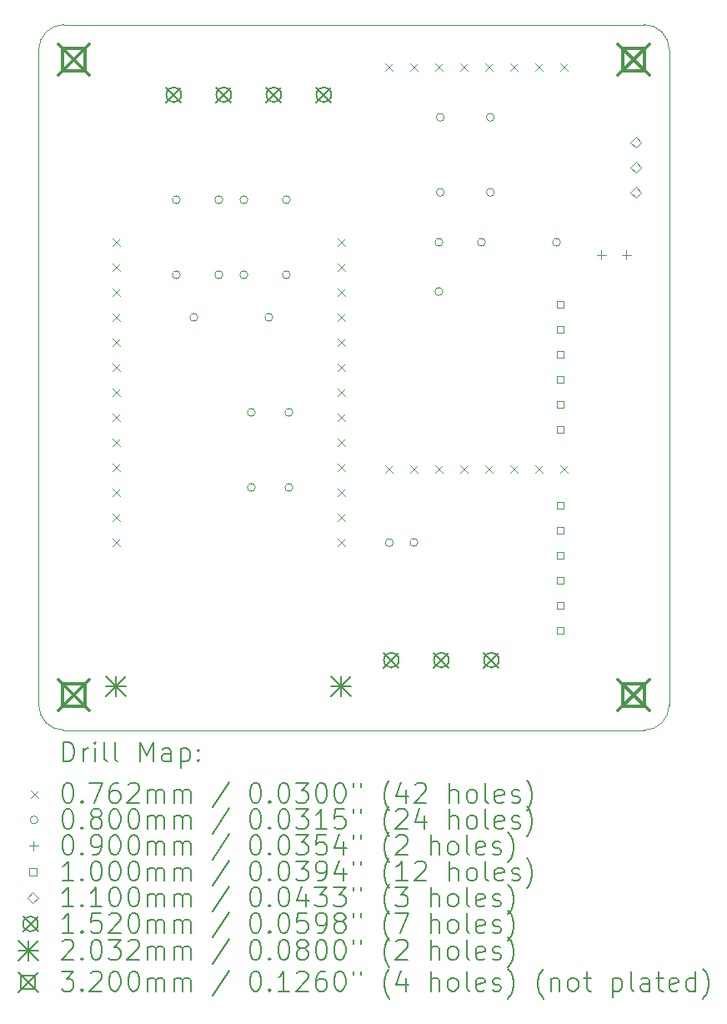
<source format=gbr>
%FSLAX45Y45*%
G04 Gerber Fmt 4.5, Leading zero omitted, Abs format (unit mm)*
G04 Created by KiCad (PCBNEW 5.99.0-unknown-9f841da98e~134~ubuntu20.04.1) date 2021-11-20 10:06:44*
%MOMM*%
%LPD*%
G01*
G04 APERTURE LIST*
%TA.AperFunction,Profile*%
%ADD10C,0.050000*%
%TD*%
%ADD11C,0.200000*%
%ADD12C,0.076200*%
%ADD13C,0.080000*%
%ADD14C,0.090000*%
%ADD15C,0.100000*%
%ADD16C,0.110000*%
%ADD17C,0.152000*%
%ADD18C,0.203200*%
%ADD19C,0.320000*%
G04 APERTURE END LIST*
D10*
X6350000Y-5791200D02*
G75*
G02*
X6604000Y-5537200I254000J0D01*
G01*
X6604000Y-12700000D02*
X12499220Y-12700000D01*
X6350000Y-12446000D02*
X6350000Y-5791200D01*
X12753220Y-12446000D02*
G75*
G02*
X12499220Y-12700000I-254000J0D01*
G01*
X6604000Y-5537200D02*
X12499000Y-5537200D01*
X12499000Y-5537200D02*
G75*
G02*
X12753000Y-5791200I0J-254000D01*
G01*
X12753000Y-5791200D02*
X12753220Y-12446000D01*
X6604000Y-12700000D02*
G75*
G02*
X6350000Y-12446000I0J254000D01*
G01*
D11*
D12*
X7099300Y-7708900D02*
X7175500Y-7785100D01*
X7175500Y-7708900D02*
X7099300Y-7785100D01*
X7099300Y-7962900D02*
X7175500Y-8039100D01*
X7175500Y-7962900D02*
X7099300Y-8039100D01*
X7099300Y-8216900D02*
X7175500Y-8293100D01*
X7175500Y-8216900D02*
X7099300Y-8293100D01*
X7099300Y-8470900D02*
X7175500Y-8547100D01*
X7175500Y-8470900D02*
X7099300Y-8547100D01*
X7099300Y-8724900D02*
X7175500Y-8801100D01*
X7175500Y-8724900D02*
X7099300Y-8801100D01*
X7099300Y-8978900D02*
X7175500Y-9055100D01*
X7175500Y-8978900D02*
X7099300Y-9055100D01*
X7099300Y-9232900D02*
X7175500Y-9309100D01*
X7175500Y-9232900D02*
X7099300Y-9309100D01*
X7099300Y-9486900D02*
X7175500Y-9563100D01*
X7175500Y-9486900D02*
X7099300Y-9563100D01*
X7099300Y-9740900D02*
X7175500Y-9817100D01*
X7175500Y-9740900D02*
X7099300Y-9817100D01*
X7099300Y-9994900D02*
X7175500Y-10071100D01*
X7175500Y-9994900D02*
X7099300Y-10071100D01*
X7099300Y-10248900D02*
X7175500Y-10325100D01*
X7175500Y-10248900D02*
X7099300Y-10325100D01*
X7099300Y-10502900D02*
X7175500Y-10579100D01*
X7175500Y-10502900D02*
X7099300Y-10579100D01*
X7099300Y-10756900D02*
X7175500Y-10833100D01*
X7175500Y-10756900D02*
X7099300Y-10833100D01*
X9385300Y-7708900D02*
X9461500Y-7785100D01*
X9461500Y-7708900D02*
X9385300Y-7785100D01*
X9385300Y-7962900D02*
X9461500Y-8039100D01*
X9461500Y-7962900D02*
X9385300Y-8039100D01*
X9385300Y-8216900D02*
X9461500Y-8293100D01*
X9461500Y-8216900D02*
X9385300Y-8293100D01*
X9385300Y-8470900D02*
X9461500Y-8547100D01*
X9461500Y-8470900D02*
X9385300Y-8547100D01*
X9385300Y-8724900D02*
X9461500Y-8801100D01*
X9461500Y-8724900D02*
X9385300Y-8801100D01*
X9385300Y-8978900D02*
X9461500Y-9055100D01*
X9461500Y-8978900D02*
X9385300Y-9055100D01*
X9385300Y-9232900D02*
X9461500Y-9309100D01*
X9461500Y-9232900D02*
X9385300Y-9309100D01*
X9385300Y-9486900D02*
X9461500Y-9563100D01*
X9461500Y-9486900D02*
X9385300Y-9563100D01*
X9385300Y-9740900D02*
X9461500Y-9817100D01*
X9461500Y-9740900D02*
X9385300Y-9817100D01*
X9385300Y-9994900D02*
X9461500Y-10071100D01*
X9461500Y-9994900D02*
X9385300Y-10071100D01*
X9385300Y-10248900D02*
X9461500Y-10325100D01*
X9461500Y-10248900D02*
X9385300Y-10325100D01*
X9385300Y-10502900D02*
X9461500Y-10579100D01*
X9461500Y-10502900D02*
X9385300Y-10579100D01*
X9385300Y-10756900D02*
X9461500Y-10833100D01*
X9461500Y-10756900D02*
X9385300Y-10833100D01*
X9867900Y-5930900D02*
X9944100Y-6007100D01*
X9944100Y-5930900D02*
X9867900Y-6007100D01*
X9867900Y-10007600D02*
X9944100Y-10083800D01*
X9944100Y-10007600D02*
X9867900Y-10083800D01*
X10121900Y-5930900D02*
X10198100Y-6007100D01*
X10198100Y-5930900D02*
X10121900Y-6007100D01*
X10121900Y-10007600D02*
X10198100Y-10083800D01*
X10198100Y-10007600D02*
X10121900Y-10083800D01*
X10375900Y-5930900D02*
X10452100Y-6007100D01*
X10452100Y-5930900D02*
X10375900Y-6007100D01*
X10375900Y-10007600D02*
X10452100Y-10083800D01*
X10452100Y-10007600D02*
X10375900Y-10083800D01*
X10629900Y-5930900D02*
X10706100Y-6007100D01*
X10706100Y-5930900D02*
X10629900Y-6007100D01*
X10629900Y-10007600D02*
X10706100Y-10083800D01*
X10706100Y-10007600D02*
X10629900Y-10083800D01*
X10883900Y-5930900D02*
X10960100Y-6007100D01*
X10960100Y-5930900D02*
X10883900Y-6007100D01*
X10883900Y-10007600D02*
X10960100Y-10083800D01*
X10960100Y-10007600D02*
X10883900Y-10083800D01*
X11137900Y-5930900D02*
X11214100Y-6007100D01*
X11214100Y-5930900D02*
X11137900Y-6007100D01*
X11137900Y-10007600D02*
X11214100Y-10083800D01*
X11214100Y-10007600D02*
X11137900Y-10083800D01*
X11391900Y-5930900D02*
X11468100Y-6007100D01*
X11468100Y-5930900D02*
X11391900Y-6007100D01*
X11391900Y-10007600D02*
X11468100Y-10083800D01*
X11468100Y-10007600D02*
X11391900Y-10083800D01*
X11645900Y-5930900D02*
X11722100Y-6007100D01*
X11722100Y-5930900D02*
X11645900Y-6007100D01*
X11645900Y-10007600D02*
X11722100Y-10083800D01*
X11722100Y-10007600D02*
X11645900Y-10083800D01*
D13*
X7787000Y-7315200D02*
G75*
G03*
X7787000Y-7315200I-40000J0D01*
G01*
X7787000Y-8077200D02*
G75*
G03*
X7787000Y-8077200I-40000J0D01*
G01*
X7964800Y-8509000D02*
G75*
G03*
X7964800Y-8509000I-40000J0D01*
G01*
X8218300Y-7314200D02*
G75*
G03*
X8218300Y-7314200I-40000J0D01*
G01*
X8218300Y-8076200D02*
G75*
G03*
X8218300Y-8076200I-40000J0D01*
G01*
X8472300Y-7314200D02*
G75*
G03*
X8472300Y-7314200I-40000J0D01*
G01*
X8472300Y-8076200D02*
G75*
G03*
X8472300Y-8076200I-40000J0D01*
G01*
X8549000Y-9474200D02*
G75*
G03*
X8549000Y-9474200I-40000J0D01*
G01*
X8549000Y-10236200D02*
G75*
G03*
X8549000Y-10236200I-40000J0D01*
G01*
X8726800Y-8509000D02*
G75*
G03*
X8726800Y-8509000I-40000J0D01*
G01*
X8904600Y-7315200D02*
G75*
G03*
X8904600Y-7315200I-40000J0D01*
G01*
X8904600Y-8077200D02*
G75*
G03*
X8904600Y-8077200I-40000J0D01*
G01*
X8930000Y-9474200D02*
G75*
G03*
X8930000Y-9474200I-40000J0D01*
G01*
X8930000Y-10236200D02*
G75*
G03*
X8930000Y-10236200I-40000J0D01*
G01*
X9950000Y-10795000D02*
G75*
G03*
X9950000Y-10795000I-40000J0D01*
G01*
X10200000Y-10795000D02*
G75*
G03*
X10200000Y-10795000I-40000J0D01*
G01*
X10454000Y-7747000D02*
G75*
G03*
X10454000Y-7747000I-40000J0D01*
G01*
X10454000Y-8247000D02*
G75*
G03*
X10454000Y-8247000I-40000J0D01*
G01*
X10468250Y-6477000D02*
G75*
G03*
X10468250Y-6477000I-40000J0D01*
G01*
X10468250Y-7239000D02*
G75*
G03*
X10468250Y-7239000I-40000J0D01*
G01*
X10885800Y-7747000D02*
G75*
G03*
X10885800Y-7747000I-40000J0D01*
G01*
X10976250Y-6477000D02*
G75*
G03*
X10976250Y-6477000I-40000J0D01*
G01*
X10976250Y-7239000D02*
G75*
G03*
X10976250Y-7239000I-40000J0D01*
G01*
X11647800Y-7747000D02*
G75*
G03*
X11647800Y-7747000I-40000J0D01*
G01*
D14*
X12065000Y-7829000D02*
X12065000Y-7919000D01*
X12020000Y-7874000D02*
X12110000Y-7874000D01*
X12319000Y-7829000D02*
X12319000Y-7919000D01*
X12274000Y-7874000D02*
X12364000Y-7874000D01*
D15*
X11683676Y-8414856D02*
X11683676Y-8344144D01*
X11612964Y-8344144D01*
X11612964Y-8414856D01*
X11683676Y-8414856D01*
X11683676Y-8668856D02*
X11683676Y-8598144D01*
X11612964Y-8598144D01*
X11612964Y-8668856D01*
X11683676Y-8668856D01*
X11683676Y-8922856D02*
X11683676Y-8852144D01*
X11612964Y-8852144D01*
X11612964Y-8922856D01*
X11683676Y-8922856D01*
X11683676Y-9176856D02*
X11683676Y-9106144D01*
X11612964Y-9106144D01*
X11612964Y-9176856D01*
X11683676Y-9176856D01*
X11683676Y-9430856D02*
X11683676Y-9360144D01*
X11612964Y-9360144D01*
X11612964Y-9430856D01*
X11683676Y-9430856D01*
X11683676Y-9684856D02*
X11683676Y-9614144D01*
X11612964Y-9614144D01*
X11612964Y-9684856D01*
X11683676Y-9684856D01*
X11683676Y-10452856D02*
X11683676Y-10382144D01*
X11612964Y-10382144D01*
X11612964Y-10452856D01*
X11683676Y-10452856D01*
X11683676Y-10706856D02*
X11683676Y-10636144D01*
X11612964Y-10636144D01*
X11612964Y-10706856D01*
X11683676Y-10706856D01*
X11683676Y-10960856D02*
X11683676Y-10890144D01*
X11612964Y-10890144D01*
X11612964Y-10960856D01*
X11683676Y-10960856D01*
X11683676Y-11214856D02*
X11683676Y-11144144D01*
X11612964Y-11144144D01*
X11612964Y-11214856D01*
X11683676Y-11214856D01*
X11683676Y-11468856D02*
X11683676Y-11398144D01*
X11612964Y-11398144D01*
X11612964Y-11468856D01*
X11683676Y-11468856D01*
X11683676Y-11722856D02*
X11683676Y-11652144D01*
X11612964Y-11652144D01*
X11612964Y-11722856D01*
X11683676Y-11722856D01*
D16*
X12413500Y-6786000D02*
X12468500Y-6731000D01*
X12413500Y-6676000D01*
X12358500Y-6731000D01*
X12413500Y-6786000D01*
X12413500Y-7040000D02*
X12468500Y-6985000D01*
X12413500Y-6930000D01*
X12358500Y-6985000D01*
X12413500Y-7040000D01*
X12413500Y-7294000D02*
X12468500Y-7239000D01*
X12413500Y-7184000D01*
X12358500Y-7239000D01*
X12413500Y-7294000D01*
D17*
X7645600Y-6172400D02*
X7797600Y-6324400D01*
X7797600Y-6172400D02*
X7645600Y-6324400D01*
X7797600Y-6248400D02*
G75*
G03*
X7797600Y-6248400I-76000J0D01*
G01*
X8153600Y-6172400D02*
X8305600Y-6324400D01*
X8305600Y-6172400D02*
X8153600Y-6324400D01*
X8305600Y-6248400D02*
G75*
G03*
X8305600Y-6248400I-76000J0D01*
G01*
X8661600Y-6172400D02*
X8813600Y-6324400D01*
X8813600Y-6172400D02*
X8661600Y-6324400D01*
X8813600Y-6248400D02*
G75*
G03*
X8813600Y-6248400I-76000J0D01*
G01*
X9169600Y-6172400D02*
X9321600Y-6324400D01*
X9321600Y-6172400D02*
X9169600Y-6324400D01*
X9321600Y-6248400D02*
G75*
G03*
X9321600Y-6248400I-76000J0D01*
G01*
X9855400Y-11912800D02*
X10007400Y-12064800D01*
X10007400Y-11912800D02*
X9855400Y-12064800D01*
X10007400Y-11988800D02*
G75*
G03*
X10007400Y-11988800I-76000J0D01*
G01*
X10363400Y-11912800D02*
X10515400Y-12064800D01*
X10515400Y-11912800D02*
X10363400Y-12064800D01*
X10515400Y-11988800D02*
G75*
G03*
X10515400Y-11988800I-76000J0D01*
G01*
X10871400Y-11912800D02*
X11023400Y-12064800D01*
X11023400Y-11912800D02*
X10871400Y-12064800D01*
X11023400Y-11988800D02*
G75*
G03*
X11023400Y-11988800I-76000J0D01*
G01*
D18*
X7035800Y-12153900D02*
X7239000Y-12357100D01*
X7239000Y-12153900D02*
X7035800Y-12357100D01*
X7137400Y-12153900D02*
X7137400Y-12357100D01*
X7035800Y-12255500D02*
X7239000Y-12255500D01*
X9321800Y-12153900D02*
X9525000Y-12357100D01*
X9525000Y-12153900D02*
X9321800Y-12357100D01*
X9423400Y-12153900D02*
X9423400Y-12357100D01*
X9321800Y-12255500D02*
X9525000Y-12255500D01*
D19*
X6545600Y-5732800D02*
X6865600Y-6052800D01*
X6865600Y-5732800D02*
X6545600Y-6052800D01*
X6818738Y-6005938D02*
X6818738Y-5779662D01*
X6592462Y-5779662D01*
X6592462Y-6005938D01*
X6818738Y-6005938D01*
X6545600Y-12184400D02*
X6865600Y-12504400D01*
X6865600Y-12184400D02*
X6545600Y-12504400D01*
X6818738Y-12457538D02*
X6818738Y-12231262D01*
X6592462Y-12231262D01*
X6592462Y-12457538D01*
X6818738Y-12457538D01*
X12232320Y-5732800D02*
X12552320Y-6052800D01*
X12552320Y-5732800D02*
X12232320Y-6052800D01*
X12505458Y-6005938D02*
X12505458Y-5779662D01*
X12279182Y-5779662D01*
X12279182Y-6005938D01*
X12505458Y-6005938D01*
X12232320Y-12184400D02*
X12552320Y-12504400D01*
X12552320Y-12184400D02*
X12232320Y-12504400D01*
X12505458Y-12457538D02*
X12505458Y-12231262D01*
X12279182Y-12231262D01*
X12279182Y-12457538D01*
X12505458Y-12457538D01*
D11*
X6600119Y-13017976D02*
X6600119Y-12817976D01*
X6647738Y-12817976D01*
X6676309Y-12827500D01*
X6695357Y-12846548D01*
X6704881Y-12865595D01*
X6714405Y-12903690D01*
X6714405Y-12932262D01*
X6704881Y-12970357D01*
X6695357Y-12989405D01*
X6676309Y-13008452D01*
X6647738Y-13017976D01*
X6600119Y-13017976D01*
X6800119Y-13017976D02*
X6800119Y-12884643D01*
X6800119Y-12922738D02*
X6809643Y-12903690D01*
X6819167Y-12894167D01*
X6838214Y-12884643D01*
X6857262Y-12884643D01*
X6923928Y-13017976D02*
X6923928Y-12884643D01*
X6923928Y-12817976D02*
X6914405Y-12827500D01*
X6923928Y-12837024D01*
X6933452Y-12827500D01*
X6923928Y-12817976D01*
X6923928Y-12837024D01*
X7047738Y-13017976D02*
X7028690Y-13008452D01*
X7019167Y-12989405D01*
X7019167Y-12817976D01*
X7152500Y-13017976D02*
X7133452Y-13008452D01*
X7123928Y-12989405D01*
X7123928Y-12817976D01*
X7381071Y-13017976D02*
X7381071Y-12817976D01*
X7447738Y-12960833D01*
X7514405Y-12817976D01*
X7514405Y-13017976D01*
X7695357Y-13017976D02*
X7695357Y-12913214D01*
X7685833Y-12894167D01*
X7666786Y-12884643D01*
X7628690Y-12884643D01*
X7609643Y-12894167D01*
X7695357Y-13008452D02*
X7676309Y-13017976D01*
X7628690Y-13017976D01*
X7609643Y-13008452D01*
X7600119Y-12989405D01*
X7600119Y-12970357D01*
X7609643Y-12951309D01*
X7628690Y-12941786D01*
X7676309Y-12941786D01*
X7695357Y-12932262D01*
X7790595Y-12884643D02*
X7790595Y-13084643D01*
X7790595Y-12894167D02*
X7809643Y-12884643D01*
X7847738Y-12884643D01*
X7866786Y-12894167D01*
X7876309Y-12903690D01*
X7885833Y-12922738D01*
X7885833Y-12979881D01*
X7876309Y-12998928D01*
X7866786Y-13008452D01*
X7847738Y-13017976D01*
X7809643Y-13017976D01*
X7790595Y-13008452D01*
X7971548Y-12998928D02*
X7981071Y-13008452D01*
X7971548Y-13017976D01*
X7962024Y-13008452D01*
X7971548Y-12998928D01*
X7971548Y-13017976D01*
X7971548Y-12894167D02*
X7981071Y-12903690D01*
X7971548Y-12913214D01*
X7962024Y-12903690D01*
X7971548Y-12894167D01*
X7971548Y-12913214D01*
D12*
X6266300Y-13309400D02*
X6342500Y-13385600D01*
X6342500Y-13309400D02*
X6266300Y-13385600D01*
D11*
X6638214Y-13237976D02*
X6657262Y-13237976D01*
X6676309Y-13247500D01*
X6685833Y-13257024D01*
X6695357Y-13276071D01*
X6704881Y-13314167D01*
X6704881Y-13361786D01*
X6695357Y-13399881D01*
X6685833Y-13418928D01*
X6676309Y-13428452D01*
X6657262Y-13437976D01*
X6638214Y-13437976D01*
X6619167Y-13428452D01*
X6609643Y-13418928D01*
X6600119Y-13399881D01*
X6590595Y-13361786D01*
X6590595Y-13314167D01*
X6600119Y-13276071D01*
X6609643Y-13257024D01*
X6619167Y-13247500D01*
X6638214Y-13237976D01*
X6790595Y-13418928D02*
X6800119Y-13428452D01*
X6790595Y-13437976D01*
X6781071Y-13428452D01*
X6790595Y-13418928D01*
X6790595Y-13437976D01*
X6866786Y-13237976D02*
X7000119Y-13237976D01*
X6914405Y-13437976D01*
X7162024Y-13237976D02*
X7123928Y-13237976D01*
X7104881Y-13247500D01*
X7095357Y-13257024D01*
X7076309Y-13285595D01*
X7066786Y-13323690D01*
X7066786Y-13399881D01*
X7076309Y-13418928D01*
X7085833Y-13428452D01*
X7104881Y-13437976D01*
X7142976Y-13437976D01*
X7162024Y-13428452D01*
X7171548Y-13418928D01*
X7181071Y-13399881D01*
X7181071Y-13352262D01*
X7171548Y-13333214D01*
X7162024Y-13323690D01*
X7142976Y-13314167D01*
X7104881Y-13314167D01*
X7085833Y-13323690D01*
X7076309Y-13333214D01*
X7066786Y-13352262D01*
X7257262Y-13257024D02*
X7266786Y-13247500D01*
X7285833Y-13237976D01*
X7333452Y-13237976D01*
X7352500Y-13247500D01*
X7362024Y-13257024D01*
X7371548Y-13276071D01*
X7371548Y-13295119D01*
X7362024Y-13323690D01*
X7247738Y-13437976D01*
X7371548Y-13437976D01*
X7457262Y-13437976D02*
X7457262Y-13304643D01*
X7457262Y-13323690D02*
X7466786Y-13314167D01*
X7485833Y-13304643D01*
X7514405Y-13304643D01*
X7533452Y-13314167D01*
X7542976Y-13333214D01*
X7542976Y-13437976D01*
X7542976Y-13333214D02*
X7552500Y-13314167D01*
X7571548Y-13304643D01*
X7600119Y-13304643D01*
X7619167Y-13314167D01*
X7628690Y-13333214D01*
X7628690Y-13437976D01*
X7723928Y-13437976D02*
X7723928Y-13304643D01*
X7723928Y-13323690D02*
X7733452Y-13314167D01*
X7752500Y-13304643D01*
X7781071Y-13304643D01*
X7800119Y-13314167D01*
X7809643Y-13333214D01*
X7809643Y-13437976D01*
X7809643Y-13333214D02*
X7819167Y-13314167D01*
X7838214Y-13304643D01*
X7866786Y-13304643D01*
X7885833Y-13314167D01*
X7895357Y-13333214D01*
X7895357Y-13437976D01*
X8285833Y-13228452D02*
X8114405Y-13485595D01*
X8542976Y-13237976D02*
X8562024Y-13237976D01*
X8581071Y-13247500D01*
X8590595Y-13257024D01*
X8600119Y-13276071D01*
X8609643Y-13314167D01*
X8609643Y-13361786D01*
X8600119Y-13399881D01*
X8590595Y-13418928D01*
X8581071Y-13428452D01*
X8562024Y-13437976D01*
X8542976Y-13437976D01*
X8523929Y-13428452D01*
X8514405Y-13418928D01*
X8504881Y-13399881D01*
X8495357Y-13361786D01*
X8495357Y-13314167D01*
X8504881Y-13276071D01*
X8514405Y-13257024D01*
X8523929Y-13247500D01*
X8542976Y-13237976D01*
X8695357Y-13418928D02*
X8704881Y-13428452D01*
X8695357Y-13437976D01*
X8685833Y-13428452D01*
X8695357Y-13418928D01*
X8695357Y-13437976D01*
X8828690Y-13237976D02*
X8847738Y-13237976D01*
X8866786Y-13247500D01*
X8876310Y-13257024D01*
X8885833Y-13276071D01*
X8895357Y-13314167D01*
X8895357Y-13361786D01*
X8885833Y-13399881D01*
X8876310Y-13418928D01*
X8866786Y-13428452D01*
X8847738Y-13437976D01*
X8828690Y-13437976D01*
X8809643Y-13428452D01*
X8800119Y-13418928D01*
X8790595Y-13399881D01*
X8781071Y-13361786D01*
X8781071Y-13314167D01*
X8790595Y-13276071D01*
X8800119Y-13257024D01*
X8809643Y-13247500D01*
X8828690Y-13237976D01*
X8962024Y-13237976D02*
X9085833Y-13237976D01*
X9019167Y-13314167D01*
X9047738Y-13314167D01*
X9066786Y-13323690D01*
X9076310Y-13333214D01*
X9085833Y-13352262D01*
X9085833Y-13399881D01*
X9076310Y-13418928D01*
X9066786Y-13428452D01*
X9047738Y-13437976D01*
X8990595Y-13437976D01*
X8971548Y-13428452D01*
X8962024Y-13418928D01*
X9209643Y-13237976D02*
X9228690Y-13237976D01*
X9247738Y-13247500D01*
X9257262Y-13257024D01*
X9266786Y-13276071D01*
X9276310Y-13314167D01*
X9276310Y-13361786D01*
X9266786Y-13399881D01*
X9257262Y-13418928D01*
X9247738Y-13428452D01*
X9228690Y-13437976D01*
X9209643Y-13437976D01*
X9190595Y-13428452D01*
X9181071Y-13418928D01*
X9171548Y-13399881D01*
X9162024Y-13361786D01*
X9162024Y-13314167D01*
X9171548Y-13276071D01*
X9181071Y-13257024D01*
X9190595Y-13247500D01*
X9209643Y-13237976D01*
X9400119Y-13237976D02*
X9419167Y-13237976D01*
X9438214Y-13247500D01*
X9447738Y-13257024D01*
X9457262Y-13276071D01*
X9466786Y-13314167D01*
X9466786Y-13361786D01*
X9457262Y-13399881D01*
X9447738Y-13418928D01*
X9438214Y-13428452D01*
X9419167Y-13437976D01*
X9400119Y-13437976D01*
X9381071Y-13428452D01*
X9371548Y-13418928D01*
X9362024Y-13399881D01*
X9352500Y-13361786D01*
X9352500Y-13314167D01*
X9362024Y-13276071D01*
X9371548Y-13257024D01*
X9381071Y-13247500D01*
X9400119Y-13237976D01*
X9542976Y-13237976D02*
X9542976Y-13276071D01*
X9619167Y-13237976D02*
X9619167Y-13276071D01*
X9914405Y-13514167D02*
X9904881Y-13504643D01*
X9885833Y-13476071D01*
X9876310Y-13457024D01*
X9866786Y-13428452D01*
X9857262Y-13380833D01*
X9857262Y-13342738D01*
X9866786Y-13295119D01*
X9876310Y-13266548D01*
X9885833Y-13247500D01*
X9904881Y-13218928D01*
X9914405Y-13209405D01*
X10076310Y-13304643D02*
X10076310Y-13437976D01*
X10028690Y-13228452D02*
X9981071Y-13371309D01*
X10104881Y-13371309D01*
X10171548Y-13257024D02*
X10181071Y-13247500D01*
X10200119Y-13237976D01*
X10247738Y-13237976D01*
X10266786Y-13247500D01*
X10276310Y-13257024D01*
X10285833Y-13276071D01*
X10285833Y-13295119D01*
X10276310Y-13323690D01*
X10162024Y-13437976D01*
X10285833Y-13437976D01*
X10523929Y-13437976D02*
X10523929Y-13237976D01*
X10609643Y-13437976D02*
X10609643Y-13333214D01*
X10600119Y-13314167D01*
X10581071Y-13304643D01*
X10552500Y-13304643D01*
X10533452Y-13314167D01*
X10523929Y-13323690D01*
X10733452Y-13437976D02*
X10714405Y-13428452D01*
X10704881Y-13418928D01*
X10695357Y-13399881D01*
X10695357Y-13342738D01*
X10704881Y-13323690D01*
X10714405Y-13314167D01*
X10733452Y-13304643D01*
X10762024Y-13304643D01*
X10781071Y-13314167D01*
X10790595Y-13323690D01*
X10800119Y-13342738D01*
X10800119Y-13399881D01*
X10790595Y-13418928D01*
X10781071Y-13428452D01*
X10762024Y-13437976D01*
X10733452Y-13437976D01*
X10914405Y-13437976D02*
X10895357Y-13428452D01*
X10885833Y-13409405D01*
X10885833Y-13237976D01*
X11066786Y-13428452D02*
X11047738Y-13437976D01*
X11009643Y-13437976D01*
X10990595Y-13428452D01*
X10981071Y-13409405D01*
X10981071Y-13333214D01*
X10990595Y-13314167D01*
X11009643Y-13304643D01*
X11047738Y-13304643D01*
X11066786Y-13314167D01*
X11076310Y-13333214D01*
X11076310Y-13352262D01*
X10981071Y-13371309D01*
X11152500Y-13428452D02*
X11171548Y-13437976D01*
X11209643Y-13437976D01*
X11228690Y-13428452D01*
X11238214Y-13409405D01*
X11238214Y-13399881D01*
X11228690Y-13380833D01*
X11209643Y-13371309D01*
X11181071Y-13371309D01*
X11162024Y-13361786D01*
X11152500Y-13342738D01*
X11152500Y-13333214D01*
X11162024Y-13314167D01*
X11181071Y-13304643D01*
X11209643Y-13304643D01*
X11228690Y-13314167D01*
X11304881Y-13514167D02*
X11314405Y-13504643D01*
X11333452Y-13476071D01*
X11342976Y-13457024D01*
X11352500Y-13428452D01*
X11362024Y-13380833D01*
X11362024Y-13342738D01*
X11352500Y-13295119D01*
X11342976Y-13266548D01*
X11333452Y-13247500D01*
X11314405Y-13218928D01*
X11304881Y-13209405D01*
D13*
X6342500Y-13611500D02*
G75*
G03*
X6342500Y-13611500I-40000J0D01*
G01*
D11*
X6638214Y-13501976D02*
X6657262Y-13501976D01*
X6676309Y-13511500D01*
X6685833Y-13521024D01*
X6695357Y-13540071D01*
X6704881Y-13578167D01*
X6704881Y-13625786D01*
X6695357Y-13663881D01*
X6685833Y-13682928D01*
X6676309Y-13692452D01*
X6657262Y-13701976D01*
X6638214Y-13701976D01*
X6619167Y-13692452D01*
X6609643Y-13682928D01*
X6600119Y-13663881D01*
X6590595Y-13625786D01*
X6590595Y-13578167D01*
X6600119Y-13540071D01*
X6609643Y-13521024D01*
X6619167Y-13511500D01*
X6638214Y-13501976D01*
X6790595Y-13682928D02*
X6800119Y-13692452D01*
X6790595Y-13701976D01*
X6781071Y-13692452D01*
X6790595Y-13682928D01*
X6790595Y-13701976D01*
X6914405Y-13587690D02*
X6895357Y-13578167D01*
X6885833Y-13568643D01*
X6876309Y-13549595D01*
X6876309Y-13540071D01*
X6885833Y-13521024D01*
X6895357Y-13511500D01*
X6914405Y-13501976D01*
X6952500Y-13501976D01*
X6971548Y-13511500D01*
X6981071Y-13521024D01*
X6990595Y-13540071D01*
X6990595Y-13549595D01*
X6981071Y-13568643D01*
X6971548Y-13578167D01*
X6952500Y-13587690D01*
X6914405Y-13587690D01*
X6895357Y-13597214D01*
X6885833Y-13606738D01*
X6876309Y-13625786D01*
X6876309Y-13663881D01*
X6885833Y-13682928D01*
X6895357Y-13692452D01*
X6914405Y-13701976D01*
X6952500Y-13701976D01*
X6971548Y-13692452D01*
X6981071Y-13682928D01*
X6990595Y-13663881D01*
X6990595Y-13625786D01*
X6981071Y-13606738D01*
X6971548Y-13597214D01*
X6952500Y-13587690D01*
X7114405Y-13501976D02*
X7133452Y-13501976D01*
X7152500Y-13511500D01*
X7162024Y-13521024D01*
X7171548Y-13540071D01*
X7181071Y-13578167D01*
X7181071Y-13625786D01*
X7171548Y-13663881D01*
X7162024Y-13682928D01*
X7152500Y-13692452D01*
X7133452Y-13701976D01*
X7114405Y-13701976D01*
X7095357Y-13692452D01*
X7085833Y-13682928D01*
X7076309Y-13663881D01*
X7066786Y-13625786D01*
X7066786Y-13578167D01*
X7076309Y-13540071D01*
X7085833Y-13521024D01*
X7095357Y-13511500D01*
X7114405Y-13501976D01*
X7304881Y-13501976D02*
X7323928Y-13501976D01*
X7342976Y-13511500D01*
X7352500Y-13521024D01*
X7362024Y-13540071D01*
X7371548Y-13578167D01*
X7371548Y-13625786D01*
X7362024Y-13663881D01*
X7352500Y-13682928D01*
X7342976Y-13692452D01*
X7323928Y-13701976D01*
X7304881Y-13701976D01*
X7285833Y-13692452D01*
X7276309Y-13682928D01*
X7266786Y-13663881D01*
X7257262Y-13625786D01*
X7257262Y-13578167D01*
X7266786Y-13540071D01*
X7276309Y-13521024D01*
X7285833Y-13511500D01*
X7304881Y-13501976D01*
X7457262Y-13701976D02*
X7457262Y-13568643D01*
X7457262Y-13587690D02*
X7466786Y-13578167D01*
X7485833Y-13568643D01*
X7514405Y-13568643D01*
X7533452Y-13578167D01*
X7542976Y-13597214D01*
X7542976Y-13701976D01*
X7542976Y-13597214D02*
X7552500Y-13578167D01*
X7571548Y-13568643D01*
X7600119Y-13568643D01*
X7619167Y-13578167D01*
X7628690Y-13597214D01*
X7628690Y-13701976D01*
X7723928Y-13701976D02*
X7723928Y-13568643D01*
X7723928Y-13587690D02*
X7733452Y-13578167D01*
X7752500Y-13568643D01*
X7781071Y-13568643D01*
X7800119Y-13578167D01*
X7809643Y-13597214D01*
X7809643Y-13701976D01*
X7809643Y-13597214D02*
X7819167Y-13578167D01*
X7838214Y-13568643D01*
X7866786Y-13568643D01*
X7885833Y-13578167D01*
X7895357Y-13597214D01*
X7895357Y-13701976D01*
X8285833Y-13492452D02*
X8114405Y-13749595D01*
X8542976Y-13501976D02*
X8562024Y-13501976D01*
X8581071Y-13511500D01*
X8590595Y-13521024D01*
X8600119Y-13540071D01*
X8609643Y-13578167D01*
X8609643Y-13625786D01*
X8600119Y-13663881D01*
X8590595Y-13682928D01*
X8581071Y-13692452D01*
X8562024Y-13701976D01*
X8542976Y-13701976D01*
X8523929Y-13692452D01*
X8514405Y-13682928D01*
X8504881Y-13663881D01*
X8495357Y-13625786D01*
X8495357Y-13578167D01*
X8504881Y-13540071D01*
X8514405Y-13521024D01*
X8523929Y-13511500D01*
X8542976Y-13501976D01*
X8695357Y-13682928D02*
X8704881Y-13692452D01*
X8695357Y-13701976D01*
X8685833Y-13692452D01*
X8695357Y-13682928D01*
X8695357Y-13701976D01*
X8828690Y-13501976D02*
X8847738Y-13501976D01*
X8866786Y-13511500D01*
X8876310Y-13521024D01*
X8885833Y-13540071D01*
X8895357Y-13578167D01*
X8895357Y-13625786D01*
X8885833Y-13663881D01*
X8876310Y-13682928D01*
X8866786Y-13692452D01*
X8847738Y-13701976D01*
X8828690Y-13701976D01*
X8809643Y-13692452D01*
X8800119Y-13682928D01*
X8790595Y-13663881D01*
X8781071Y-13625786D01*
X8781071Y-13578167D01*
X8790595Y-13540071D01*
X8800119Y-13521024D01*
X8809643Y-13511500D01*
X8828690Y-13501976D01*
X8962024Y-13501976D02*
X9085833Y-13501976D01*
X9019167Y-13578167D01*
X9047738Y-13578167D01*
X9066786Y-13587690D01*
X9076310Y-13597214D01*
X9085833Y-13616262D01*
X9085833Y-13663881D01*
X9076310Y-13682928D01*
X9066786Y-13692452D01*
X9047738Y-13701976D01*
X8990595Y-13701976D01*
X8971548Y-13692452D01*
X8962024Y-13682928D01*
X9276310Y-13701976D02*
X9162024Y-13701976D01*
X9219167Y-13701976D02*
X9219167Y-13501976D01*
X9200119Y-13530548D01*
X9181071Y-13549595D01*
X9162024Y-13559119D01*
X9457262Y-13501976D02*
X9362024Y-13501976D01*
X9352500Y-13597214D01*
X9362024Y-13587690D01*
X9381071Y-13578167D01*
X9428690Y-13578167D01*
X9447738Y-13587690D01*
X9457262Y-13597214D01*
X9466786Y-13616262D01*
X9466786Y-13663881D01*
X9457262Y-13682928D01*
X9447738Y-13692452D01*
X9428690Y-13701976D01*
X9381071Y-13701976D01*
X9362024Y-13692452D01*
X9352500Y-13682928D01*
X9542976Y-13501976D02*
X9542976Y-13540071D01*
X9619167Y-13501976D02*
X9619167Y-13540071D01*
X9914405Y-13778167D02*
X9904881Y-13768643D01*
X9885833Y-13740071D01*
X9876310Y-13721024D01*
X9866786Y-13692452D01*
X9857262Y-13644833D01*
X9857262Y-13606738D01*
X9866786Y-13559119D01*
X9876310Y-13530548D01*
X9885833Y-13511500D01*
X9904881Y-13482928D01*
X9914405Y-13473405D01*
X9981071Y-13521024D02*
X9990595Y-13511500D01*
X10009643Y-13501976D01*
X10057262Y-13501976D01*
X10076310Y-13511500D01*
X10085833Y-13521024D01*
X10095357Y-13540071D01*
X10095357Y-13559119D01*
X10085833Y-13587690D01*
X9971548Y-13701976D01*
X10095357Y-13701976D01*
X10266786Y-13568643D02*
X10266786Y-13701976D01*
X10219167Y-13492452D02*
X10171548Y-13635309D01*
X10295357Y-13635309D01*
X10523929Y-13701976D02*
X10523929Y-13501976D01*
X10609643Y-13701976D02*
X10609643Y-13597214D01*
X10600119Y-13578167D01*
X10581071Y-13568643D01*
X10552500Y-13568643D01*
X10533452Y-13578167D01*
X10523929Y-13587690D01*
X10733452Y-13701976D02*
X10714405Y-13692452D01*
X10704881Y-13682928D01*
X10695357Y-13663881D01*
X10695357Y-13606738D01*
X10704881Y-13587690D01*
X10714405Y-13578167D01*
X10733452Y-13568643D01*
X10762024Y-13568643D01*
X10781071Y-13578167D01*
X10790595Y-13587690D01*
X10800119Y-13606738D01*
X10800119Y-13663881D01*
X10790595Y-13682928D01*
X10781071Y-13692452D01*
X10762024Y-13701976D01*
X10733452Y-13701976D01*
X10914405Y-13701976D02*
X10895357Y-13692452D01*
X10885833Y-13673405D01*
X10885833Y-13501976D01*
X11066786Y-13692452D02*
X11047738Y-13701976D01*
X11009643Y-13701976D01*
X10990595Y-13692452D01*
X10981071Y-13673405D01*
X10981071Y-13597214D01*
X10990595Y-13578167D01*
X11009643Y-13568643D01*
X11047738Y-13568643D01*
X11066786Y-13578167D01*
X11076310Y-13597214D01*
X11076310Y-13616262D01*
X10981071Y-13635309D01*
X11152500Y-13692452D02*
X11171548Y-13701976D01*
X11209643Y-13701976D01*
X11228690Y-13692452D01*
X11238214Y-13673405D01*
X11238214Y-13663881D01*
X11228690Y-13644833D01*
X11209643Y-13635309D01*
X11181071Y-13635309D01*
X11162024Y-13625786D01*
X11152500Y-13606738D01*
X11152500Y-13597214D01*
X11162024Y-13578167D01*
X11181071Y-13568643D01*
X11209643Y-13568643D01*
X11228690Y-13578167D01*
X11304881Y-13778167D02*
X11314405Y-13768643D01*
X11333452Y-13740071D01*
X11342976Y-13721024D01*
X11352500Y-13692452D01*
X11362024Y-13644833D01*
X11362024Y-13606738D01*
X11352500Y-13559119D01*
X11342976Y-13530548D01*
X11333452Y-13511500D01*
X11314405Y-13482928D01*
X11304881Y-13473405D01*
D14*
X6297500Y-13830500D02*
X6297500Y-13920500D01*
X6252500Y-13875500D02*
X6342500Y-13875500D01*
D11*
X6638214Y-13765976D02*
X6657262Y-13765976D01*
X6676309Y-13775500D01*
X6685833Y-13785024D01*
X6695357Y-13804071D01*
X6704881Y-13842167D01*
X6704881Y-13889786D01*
X6695357Y-13927881D01*
X6685833Y-13946928D01*
X6676309Y-13956452D01*
X6657262Y-13965976D01*
X6638214Y-13965976D01*
X6619167Y-13956452D01*
X6609643Y-13946928D01*
X6600119Y-13927881D01*
X6590595Y-13889786D01*
X6590595Y-13842167D01*
X6600119Y-13804071D01*
X6609643Y-13785024D01*
X6619167Y-13775500D01*
X6638214Y-13765976D01*
X6790595Y-13946928D02*
X6800119Y-13956452D01*
X6790595Y-13965976D01*
X6781071Y-13956452D01*
X6790595Y-13946928D01*
X6790595Y-13965976D01*
X6895357Y-13965976D02*
X6933452Y-13965976D01*
X6952500Y-13956452D01*
X6962024Y-13946928D01*
X6981071Y-13918357D01*
X6990595Y-13880262D01*
X6990595Y-13804071D01*
X6981071Y-13785024D01*
X6971548Y-13775500D01*
X6952500Y-13765976D01*
X6914405Y-13765976D01*
X6895357Y-13775500D01*
X6885833Y-13785024D01*
X6876309Y-13804071D01*
X6876309Y-13851690D01*
X6885833Y-13870738D01*
X6895357Y-13880262D01*
X6914405Y-13889786D01*
X6952500Y-13889786D01*
X6971548Y-13880262D01*
X6981071Y-13870738D01*
X6990595Y-13851690D01*
X7114405Y-13765976D02*
X7133452Y-13765976D01*
X7152500Y-13775500D01*
X7162024Y-13785024D01*
X7171548Y-13804071D01*
X7181071Y-13842167D01*
X7181071Y-13889786D01*
X7171548Y-13927881D01*
X7162024Y-13946928D01*
X7152500Y-13956452D01*
X7133452Y-13965976D01*
X7114405Y-13965976D01*
X7095357Y-13956452D01*
X7085833Y-13946928D01*
X7076309Y-13927881D01*
X7066786Y-13889786D01*
X7066786Y-13842167D01*
X7076309Y-13804071D01*
X7085833Y-13785024D01*
X7095357Y-13775500D01*
X7114405Y-13765976D01*
X7304881Y-13765976D02*
X7323928Y-13765976D01*
X7342976Y-13775500D01*
X7352500Y-13785024D01*
X7362024Y-13804071D01*
X7371548Y-13842167D01*
X7371548Y-13889786D01*
X7362024Y-13927881D01*
X7352500Y-13946928D01*
X7342976Y-13956452D01*
X7323928Y-13965976D01*
X7304881Y-13965976D01*
X7285833Y-13956452D01*
X7276309Y-13946928D01*
X7266786Y-13927881D01*
X7257262Y-13889786D01*
X7257262Y-13842167D01*
X7266786Y-13804071D01*
X7276309Y-13785024D01*
X7285833Y-13775500D01*
X7304881Y-13765976D01*
X7457262Y-13965976D02*
X7457262Y-13832643D01*
X7457262Y-13851690D02*
X7466786Y-13842167D01*
X7485833Y-13832643D01*
X7514405Y-13832643D01*
X7533452Y-13842167D01*
X7542976Y-13861214D01*
X7542976Y-13965976D01*
X7542976Y-13861214D02*
X7552500Y-13842167D01*
X7571548Y-13832643D01*
X7600119Y-13832643D01*
X7619167Y-13842167D01*
X7628690Y-13861214D01*
X7628690Y-13965976D01*
X7723928Y-13965976D02*
X7723928Y-13832643D01*
X7723928Y-13851690D02*
X7733452Y-13842167D01*
X7752500Y-13832643D01*
X7781071Y-13832643D01*
X7800119Y-13842167D01*
X7809643Y-13861214D01*
X7809643Y-13965976D01*
X7809643Y-13861214D02*
X7819167Y-13842167D01*
X7838214Y-13832643D01*
X7866786Y-13832643D01*
X7885833Y-13842167D01*
X7895357Y-13861214D01*
X7895357Y-13965976D01*
X8285833Y-13756452D02*
X8114405Y-14013595D01*
X8542976Y-13765976D02*
X8562024Y-13765976D01*
X8581071Y-13775500D01*
X8590595Y-13785024D01*
X8600119Y-13804071D01*
X8609643Y-13842167D01*
X8609643Y-13889786D01*
X8600119Y-13927881D01*
X8590595Y-13946928D01*
X8581071Y-13956452D01*
X8562024Y-13965976D01*
X8542976Y-13965976D01*
X8523929Y-13956452D01*
X8514405Y-13946928D01*
X8504881Y-13927881D01*
X8495357Y-13889786D01*
X8495357Y-13842167D01*
X8504881Y-13804071D01*
X8514405Y-13785024D01*
X8523929Y-13775500D01*
X8542976Y-13765976D01*
X8695357Y-13946928D02*
X8704881Y-13956452D01*
X8695357Y-13965976D01*
X8685833Y-13956452D01*
X8695357Y-13946928D01*
X8695357Y-13965976D01*
X8828690Y-13765976D02*
X8847738Y-13765976D01*
X8866786Y-13775500D01*
X8876310Y-13785024D01*
X8885833Y-13804071D01*
X8895357Y-13842167D01*
X8895357Y-13889786D01*
X8885833Y-13927881D01*
X8876310Y-13946928D01*
X8866786Y-13956452D01*
X8847738Y-13965976D01*
X8828690Y-13965976D01*
X8809643Y-13956452D01*
X8800119Y-13946928D01*
X8790595Y-13927881D01*
X8781071Y-13889786D01*
X8781071Y-13842167D01*
X8790595Y-13804071D01*
X8800119Y-13785024D01*
X8809643Y-13775500D01*
X8828690Y-13765976D01*
X8962024Y-13765976D02*
X9085833Y-13765976D01*
X9019167Y-13842167D01*
X9047738Y-13842167D01*
X9066786Y-13851690D01*
X9076310Y-13861214D01*
X9085833Y-13880262D01*
X9085833Y-13927881D01*
X9076310Y-13946928D01*
X9066786Y-13956452D01*
X9047738Y-13965976D01*
X8990595Y-13965976D01*
X8971548Y-13956452D01*
X8962024Y-13946928D01*
X9266786Y-13765976D02*
X9171548Y-13765976D01*
X9162024Y-13861214D01*
X9171548Y-13851690D01*
X9190595Y-13842167D01*
X9238214Y-13842167D01*
X9257262Y-13851690D01*
X9266786Y-13861214D01*
X9276310Y-13880262D01*
X9276310Y-13927881D01*
X9266786Y-13946928D01*
X9257262Y-13956452D01*
X9238214Y-13965976D01*
X9190595Y-13965976D01*
X9171548Y-13956452D01*
X9162024Y-13946928D01*
X9447738Y-13832643D02*
X9447738Y-13965976D01*
X9400119Y-13756452D02*
X9352500Y-13899309D01*
X9476310Y-13899309D01*
X9542976Y-13765976D02*
X9542976Y-13804071D01*
X9619167Y-13765976D02*
X9619167Y-13804071D01*
X9914405Y-14042167D02*
X9904881Y-14032643D01*
X9885833Y-14004071D01*
X9876310Y-13985024D01*
X9866786Y-13956452D01*
X9857262Y-13908833D01*
X9857262Y-13870738D01*
X9866786Y-13823119D01*
X9876310Y-13794548D01*
X9885833Y-13775500D01*
X9904881Y-13746928D01*
X9914405Y-13737405D01*
X9981071Y-13785024D02*
X9990595Y-13775500D01*
X10009643Y-13765976D01*
X10057262Y-13765976D01*
X10076310Y-13775500D01*
X10085833Y-13785024D01*
X10095357Y-13804071D01*
X10095357Y-13823119D01*
X10085833Y-13851690D01*
X9971548Y-13965976D01*
X10095357Y-13965976D01*
X10333452Y-13965976D02*
X10333452Y-13765976D01*
X10419167Y-13965976D02*
X10419167Y-13861214D01*
X10409643Y-13842167D01*
X10390595Y-13832643D01*
X10362024Y-13832643D01*
X10342976Y-13842167D01*
X10333452Y-13851690D01*
X10542976Y-13965976D02*
X10523929Y-13956452D01*
X10514405Y-13946928D01*
X10504881Y-13927881D01*
X10504881Y-13870738D01*
X10514405Y-13851690D01*
X10523929Y-13842167D01*
X10542976Y-13832643D01*
X10571548Y-13832643D01*
X10590595Y-13842167D01*
X10600119Y-13851690D01*
X10609643Y-13870738D01*
X10609643Y-13927881D01*
X10600119Y-13946928D01*
X10590595Y-13956452D01*
X10571548Y-13965976D01*
X10542976Y-13965976D01*
X10723929Y-13965976D02*
X10704881Y-13956452D01*
X10695357Y-13937405D01*
X10695357Y-13765976D01*
X10876310Y-13956452D02*
X10857262Y-13965976D01*
X10819167Y-13965976D01*
X10800119Y-13956452D01*
X10790595Y-13937405D01*
X10790595Y-13861214D01*
X10800119Y-13842167D01*
X10819167Y-13832643D01*
X10857262Y-13832643D01*
X10876310Y-13842167D01*
X10885833Y-13861214D01*
X10885833Y-13880262D01*
X10790595Y-13899309D01*
X10962024Y-13956452D02*
X10981071Y-13965976D01*
X11019167Y-13965976D01*
X11038214Y-13956452D01*
X11047738Y-13937405D01*
X11047738Y-13927881D01*
X11038214Y-13908833D01*
X11019167Y-13899309D01*
X10990595Y-13899309D01*
X10971548Y-13889786D01*
X10962024Y-13870738D01*
X10962024Y-13861214D01*
X10971548Y-13842167D01*
X10990595Y-13832643D01*
X11019167Y-13832643D01*
X11038214Y-13842167D01*
X11114405Y-14042167D02*
X11123929Y-14032643D01*
X11142976Y-14004071D01*
X11152500Y-13985024D01*
X11162024Y-13956452D01*
X11171548Y-13908833D01*
X11171548Y-13870738D01*
X11162024Y-13823119D01*
X11152500Y-13794548D01*
X11142976Y-13775500D01*
X11123929Y-13746928D01*
X11114405Y-13737405D01*
D15*
X6327856Y-14174856D02*
X6327856Y-14104144D01*
X6257144Y-14104144D01*
X6257144Y-14174856D01*
X6327856Y-14174856D01*
D11*
X6704881Y-14229976D02*
X6590595Y-14229976D01*
X6647738Y-14229976D02*
X6647738Y-14029976D01*
X6628690Y-14058548D01*
X6609643Y-14077595D01*
X6590595Y-14087119D01*
X6790595Y-14210928D02*
X6800119Y-14220452D01*
X6790595Y-14229976D01*
X6781071Y-14220452D01*
X6790595Y-14210928D01*
X6790595Y-14229976D01*
X6923928Y-14029976D02*
X6942976Y-14029976D01*
X6962024Y-14039500D01*
X6971548Y-14049024D01*
X6981071Y-14068071D01*
X6990595Y-14106167D01*
X6990595Y-14153786D01*
X6981071Y-14191881D01*
X6971548Y-14210928D01*
X6962024Y-14220452D01*
X6942976Y-14229976D01*
X6923928Y-14229976D01*
X6904881Y-14220452D01*
X6895357Y-14210928D01*
X6885833Y-14191881D01*
X6876309Y-14153786D01*
X6876309Y-14106167D01*
X6885833Y-14068071D01*
X6895357Y-14049024D01*
X6904881Y-14039500D01*
X6923928Y-14029976D01*
X7114405Y-14029976D02*
X7133452Y-14029976D01*
X7152500Y-14039500D01*
X7162024Y-14049024D01*
X7171548Y-14068071D01*
X7181071Y-14106167D01*
X7181071Y-14153786D01*
X7171548Y-14191881D01*
X7162024Y-14210928D01*
X7152500Y-14220452D01*
X7133452Y-14229976D01*
X7114405Y-14229976D01*
X7095357Y-14220452D01*
X7085833Y-14210928D01*
X7076309Y-14191881D01*
X7066786Y-14153786D01*
X7066786Y-14106167D01*
X7076309Y-14068071D01*
X7085833Y-14049024D01*
X7095357Y-14039500D01*
X7114405Y-14029976D01*
X7304881Y-14029976D02*
X7323928Y-14029976D01*
X7342976Y-14039500D01*
X7352500Y-14049024D01*
X7362024Y-14068071D01*
X7371548Y-14106167D01*
X7371548Y-14153786D01*
X7362024Y-14191881D01*
X7352500Y-14210928D01*
X7342976Y-14220452D01*
X7323928Y-14229976D01*
X7304881Y-14229976D01*
X7285833Y-14220452D01*
X7276309Y-14210928D01*
X7266786Y-14191881D01*
X7257262Y-14153786D01*
X7257262Y-14106167D01*
X7266786Y-14068071D01*
X7276309Y-14049024D01*
X7285833Y-14039500D01*
X7304881Y-14029976D01*
X7457262Y-14229976D02*
X7457262Y-14096643D01*
X7457262Y-14115690D02*
X7466786Y-14106167D01*
X7485833Y-14096643D01*
X7514405Y-14096643D01*
X7533452Y-14106167D01*
X7542976Y-14125214D01*
X7542976Y-14229976D01*
X7542976Y-14125214D02*
X7552500Y-14106167D01*
X7571548Y-14096643D01*
X7600119Y-14096643D01*
X7619167Y-14106167D01*
X7628690Y-14125214D01*
X7628690Y-14229976D01*
X7723928Y-14229976D02*
X7723928Y-14096643D01*
X7723928Y-14115690D02*
X7733452Y-14106167D01*
X7752500Y-14096643D01*
X7781071Y-14096643D01*
X7800119Y-14106167D01*
X7809643Y-14125214D01*
X7809643Y-14229976D01*
X7809643Y-14125214D02*
X7819167Y-14106167D01*
X7838214Y-14096643D01*
X7866786Y-14096643D01*
X7885833Y-14106167D01*
X7895357Y-14125214D01*
X7895357Y-14229976D01*
X8285833Y-14020452D02*
X8114405Y-14277595D01*
X8542976Y-14029976D02*
X8562024Y-14029976D01*
X8581071Y-14039500D01*
X8590595Y-14049024D01*
X8600119Y-14068071D01*
X8609643Y-14106167D01*
X8609643Y-14153786D01*
X8600119Y-14191881D01*
X8590595Y-14210928D01*
X8581071Y-14220452D01*
X8562024Y-14229976D01*
X8542976Y-14229976D01*
X8523929Y-14220452D01*
X8514405Y-14210928D01*
X8504881Y-14191881D01*
X8495357Y-14153786D01*
X8495357Y-14106167D01*
X8504881Y-14068071D01*
X8514405Y-14049024D01*
X8523929Y-14039500D01*
X8542976Y-14029976D01*
X8695357Y-14210928D02*
X8704881Y-14220452D01*
X8695357Y-14229976D01*
X8685833Y-14220452D01*
X8695357Y-14210928D01*
X8695357Y-14229976D01*
X8828690Y-14029976D02*
X8847738Y-14029976D01*
X8866786Y-14039500D01*
X8876310Y-14049024D01*
X8885833Y-14068071D01*
X8895357Y-14106167D01*
X8895357Y-14153786D01*
X8885833Y-14191881D01*
X8876310Y-14210928D01*
X8866786Y-14220452D01*
X8847738Y-14229976D01*
X8828690Y-14229976D01*
X8809643Y-14220452D01*
X8800119Y-14210928D01*
X8790595Y-14191881D01*
X8781071Y-14153786D01*
X8781071Y-14106167D01*
X8790595Y-14068071D01*
X8800119Y-14049024D01*
X8809643Y-14039500D01*
X8828690Y-14029976D01*
X8962024Y-14029976D02*
X9085833Y-14029976D01*
X9019167Y-14106167D01*
X9047738Y-14106167D01*
X9066786Y-14115690D01*
X9076310Y-14125214D01*
X9085833Y-14144262D01*
X9085833Y-14191881D01*
X9076310Y-14210928D01*
X9066786Y-14220452D01*
X9047738Y-14229976D01*
X8990595Y-14229976D01*
X8971548Y-14220452D01*
X8962024Y-14210928D01*
X9181071Y-14229976D02*
X9219167Y-14229976D01*
X9238214Y-14220452D01*
X9247738Y-14210928D01*
X9266786Y-14182357D01*
X9276310Y-14144262D01*
X9276310Y-14068071D01*
X9266786Y-14049024D01*
X9257262Y-14039500D01*
X9238214Y-14029976D01*
X9200119Y-14029976D01*
X9181071Y-14039500D01*
X9171548Y-14049024D01*
X9162024Y-14068071D01*
X9162024Y-14115690D01*
X9171548Y-14134738D01*
X9181071Y-14144262D01*
X9200119Y-14153786D01*
X9238214Y-14153786D01*
X9257262Y-14144262D01*
X9266786Y-14134738D01*
X9276310Y-14115690D01*
X9447738Y-14096643D02*
X9447738Y-14229976D01*
X9400119Y-14020452D02*
X9352500Y-14163309D01*
X9476310Y-14163309D01*
X9542976Y-14029976D02*
X9542976Y-14068071D01*
X9619167Y-14029976D02*
X9619167Y-14068071D01*
X9914405Y-14306167D02*
X9904881Y-14296643D01*
X9885833Y-14268071D01*
X9876310Y-14249024D01*
X9866786Y-14220452D01*
X9857262Y-14172833D01*
X9857262Y-14134738D01*
X9866786Y-14087119D01*
X9876310Y-14058548D01*
X9885833Y-14039500D01*
X9904881Y-14010928D01*
X9914405Y-14001405D01*
X10095357Y-14229976D02*
X9981071Y-14229976D01*
X10038214Y-14229976D02*
X10038214Y-14029976D01*
X10019167Y-14058548D01*
X10000119Y-14077595D01*
X9981071Y-14087119D01*
X10171548Y-14049024D02*
X10181071Y-14039500D01*
X10200119Y-14029976D01*
X10247738Y-14029976D01*
X10266786Y-14039500D01*
X10276310Y-14049024D01*
X10285833Y-14068071D01*
X10285833Y-14087119D01*
X10276310Y-14115690D01*
X10162024Y-14229976D01*
X10285833Y-14229976D01*
X10523929Y-14229976D02*
X10523929Y-14029976D01*
X10609643Y-14229976D02*
X10609643Y-14125214D01*
X10600119Y-14106167D01*
X10581071Y-14096643D01*
X10552500Y-14096643D01*
X10533452Y-14106167D01*
X10523929Y-14115690D01*
X10733452Y-14229976D02*
X10714405Y-14220452D01*
X10704881Y-14210928D01*
X10695357Y-14191881D01*
X10695357Y-14134738D01*
X10704881Y-14115690D01*
X10714405Y-14106167D01*
X10733452Y-14096643D01*
X10762024Y-14096643D01*
X10781071Y-14106167D01*
X10790595Y-14115690D01*
X10800119Y-14134738D01*
X10800119Y-14191881D01*
X10790595Y-14210928D01*
X10781071Y-14220452D01*
X10762024Y-14229976D01*
X10733452Y-14229976D01*
X10914405Y-14229976D02*
X10895357Y-14220452D01*
X10885833Y-14201405D01*
X10885833Y-14029976D01*
X11066786Y-14220452D02*
X11047738Y-14229976D01*
X11009643Y-14229976D01*
X10990595Y-14220452D01*
X10981071Y-14201405D01*
X10981071Y-14125214D01*
X10990595Y-14106167D01*
X11009643Y-14096643D01*
X11047738Y-14096643D01*
X11066786Y-14106167D01*
X11076310Y-14125214D01*
X11076310Y-14144262D01*
X10981071Y-14163309D01*
X11152500Y-14220452D02*
X11171548Y-14229976D01*
X11209643Y-14229976D01*
X11228690Y-14220452D01*
X11238214Y-14201405D01*
X11238214Y-14191881D01*
X11228690Y-14172833D01*
X11209643Y-14163309D01*
X11181071Y-14163309D01*
X11162024Y-14153786D01*
X11152500Y-14134738D01*
X11152500Y-14125214D01*
X11162024Y-14106167D01*
X11181071Y-14096643D01*
X11209643Y-14096643D01*
X11228690Y-14106167D01*
X11304881Y-14306167D02*
X11314405Y-14296643D01*
X11333452Y-14268071D01*
X11342976Y-14249024D01*
X11352500Y-14220452D01*
X11362024Y-14172833D01*
X11362024Y-14134738D01*
X11352500Y-14087119D01*
X11342976Y-14058548D01*
X11333452Y-14039500D01*
X11314405Y-14010928D01*
X11304881Y-14001405D01*
D16*
X6287500Y-14458500D02*
X6342500Y-14403500D01*
X6287500Y-14348500D01*
X6232500Y-14403500D01*
X6287500Y-14458500D01*
D11*
X6704881Y-14493976D02*
X6590595Y-14493976D01*
X6647738Y-14493976D02*
X6647738Y-14293976D01*
X6628690Y-14322548D01*
X6609643Y-14341595D01*
X6590595Y-14351119D01*
X6790595Y-14474928D02*
X6800119Y-14484452D01*
X6790595Y-14493976D01*
X6781071Y-14484452D01*
X6790595Y-14474928D01*
X6790595Y-14493976D01*
X6990595Y-14493976D02*
X6876309Y-14493976D01*
X6933452Y-14493976D02*
X6933452Y-14293976D01*
X6914405Y-14322548D01*
X6895357Y-14341595D01*
X6876309Y-14351119D01*
X7114405Y-14293976D02*
X7133452Y-14293976D01*
X7152500Y-14303500D01*
X7162024Y-14313024D01*
X7171548Y-14332071D01*
X7181071Y-14370167D01*
X7181071Y-14417786D01*
X7171548Y-14455881D01*
X7162024Y-14474928D01*
X7152500Y-14484452D01*
X7133452Y-14493976D01*
X7114405Y-14493976D01*
X7095357Y-14484452D01*
X7085833Y-14474928D01*
X7076309Y-14455881D01*
X7066786Y-14417786D01*
X7066786Y-14370167D01*
X7076309Y-14332071D01*
X7085833Y-14313024D01*
X7095357Y-14303500D01*
X7114405Y-14293976D01*
X7304881Y-14293976D02*
X7323928Y-14293976D01*
X7342976Y-14303500D01*
X7352500Y-14313024D01*
X7362024Y-14332071D01*
X7371548Y-14370167D01*
X7371548Y-14417786D01*
X7362024Y-14455881D01*
X7352500Y-14474928D01*
X7342976Y-14484452D01*
X7323928Y-14493976D01*
X7304881Y-14493976D01*
X7285833Y-14484452D01*
X7276309Y-14474928D01*
X7266786Y-14455881D01*
X7257262Y-14417786D01*
X7257262Y-14370167D01*
X7266786Y-14332071D01*
X7276309Y-14313024D01*
X7285833Y-14303500D01*
X7304881Y-14293976D01*
X7457262Y-14493976D02*
X7457262Y-14360643D01*
X7457262Y-14379690D02*
X7466786Y-14370167D01*
X7485833Y-14360643D01*
X7514405Y-14360643D01*
X7533452Y-14370167D01*
X7542976Y-14389214D01*
X7542976Y-14493976D01*
X7542976Y-14389214D02*
X7552500Y-14370167D01*
X7571548Y-14360643D01*
X7600119Y-14360643D01*
X7619167Y-14370167D01*
X7628690Y-14389214D01*
X7628690Y-14493976D01*
X7723928Y-14493976D02*
X7723928Y-14360643D01*
X7723928Y-14379690D02*
X7733452Y-14370167D01*
X7752500Y-14360643D01*
X7781071Y-14360643D01*
X7800119Y-14370167D01*
X7809643Y-14389214D01*
X7809643Y-14493976D01*
X7809643Y-14389214D02*
X7819167Y-14370167D01*
X7838214Y-14360643D01*
X7866786Y-14360643D01*
X7885833Y-14370167D01*
X7895357Y-14389214D01*
X7895357Y-14493976D01*
X8285833Y-14284452D02*
X8114405Y-14541595D01*
X8542976Y-14293976D02*
X8562024Y-14293976D01*
X8581071Y-14303500D01*
X8590595Y-14313024D01*
X8600119Y-14332071D01*
X8609643Y-14370167D01*
X8609643Y-14417786D01*
X8600119Y-14455881D01*
X8590595Y-14474928D01*
X8581071Y-14484452D01*
X8562024Y-14493976D01*
X8542976Y-14493976D01*
X8523929Y-14484452D01*
X8514405Y-14474928D01*
X8504881Y-14455881D01*
X8495357Y-14417786D01*
X8495357Y-14370167D01*
X8504881Y-14332071D01*
X8514405Y-14313024D01*
X8523929Y-14303500D01*
X8542976Y-14293976D01*
X8695357Y-14474928D02*
X8704881Y-14484452D01*
X8695357Y-14493976D01*
X8685833Y-14484452D01*
X8695357Y-14474928D01*
X8695357Y-14493976D01*
X8828690Y-14293976D02*
X8847738Y-14293976D01*
X8866786Y-14303500D01*
X8876310Y-14313024D01*
X8885833Y-14332071D01*
X8895357Y-14370167D01*
X8895357Y-14417786D01*
X8885833Y-14455881D01*
X8876310Y-14474928D01*
X8866786Y-14484452D01*
X8847738Y-14493976D01*
X8828690Y-14493976D01*
X8809643Y-14484452D01*
X8800119Y-14474928D01*
X8790595Y-14455881D01*
X8781071Y-14417786D01*
X8781071Y-14370167D01*
X8790595Y-14332071D01*
X8800119Y-14313024D01*
X8809643Y-14303500D01*
X8828690Y-14293976D01*
X9066786Y-14360643D02*
X9066786Y-14493976D01*
X9019167Y-14284452D02*
X8971548Y-14427309D01*
X9095357Y-14427309D01*
X9152500Y-14293976D02*
X9276310Y-14293976D01*
X9209643Y-14370167D01*
X9238214Y-14370167D01*
X9257262Y-14379690D01*
X9266786Y-14389214D01*
X9276310Y-14408262D01*
X9276310Y-14455881D01*
X9266786Y-14474928D01*
X9257262Y-14484452D01*
X9238214Y-14493976D01*
X9181071Y-14493976D01*
X9162024Y-14484452D01*
X9152500Y-14474928D01*
X9342976Y-14293976D02*
X9466786Y-14293976D01*
X9400119Y-14370167D01*
X9428690Y-14370167D01*
X9447738Y-14379690D01*
X9457262Y-14389214D01*
X9466786Y-14408262D01*
X9466786Y-14455881D01*
X9457262Y-14474928D01*
X9447738Y-14484452D01*
X9428690Y-14493976D01*
X9371548Y-14493976D01*
X9352500Y-14484452D01*
X9342976Y-14474928D01*
X9542976Y-14293976D02*
X9542976Y-14332071D01*
X9619167Y-14293976D02*
X9619167Y-14332071D01*
X9914405Y-14570167D02*
X9904881Y-14560643D01*
X9885833Y-14532071D01*
X9876310Y-14513024D01*
X9866786Y-14484452D01*
X9857262Y-14436833D01*
X9857262Y-14398738D01*
X9866786Y-14351119D01*
X9876310Y-14322548D01*
X9885833Y-14303500D01*
X9904881Y-14274928D01*
X9914405Y-14265405D01*
X9971548Y-14293976D02*
X10095357Y-14293976D01*
X10028690Y-14370167D01*
X10057262Y-14370167D01*
X10076310Y-14379690D01*
X10085833Y-14389214D01*
X10095357Y-14408262D01*
X10095357Y-14455881D01*
X10085833Y-14474928D01*
X10076310Y-14484452D01*
X10057262Y-14493976D01*
X10000119Y-14493976D01*
X9981071Y-14484452D01*
X9971548Y-14474928D01*
X10333452Y-14493976D02*
X10333452Y-14293976D01*
X10419167Y-14493976D02*
X10419167Y-14389214D01*
X10409643Y-14370167D01*
X10390595Y-14360643D01*
X10362024Y-14360643D01*
X10342976Y-14370167D01*
X10333452Y-14379690D01*
X10542976Y-14493976D02*
X10523929Y-14484452D01*
X10514405Y-14474928D01*
X10504881Y-14455881D01*
X10504881Y-14398738D01*
X10514405Y-14379690D01*
X10523929Y-14370167D01*
X10542976Y-14360643D01*
X10571548Y-14360643D01*
X10590595Y-14370167D01*
X10600119Y-14379690D01*
X10609643Y-14398738D01*
X10609643Y-14455881D01*
X10600119Y-14474928D01*
X10590595Y-14484452D01*
X10571548Y-14493976D01*
X10542976Y-14493976D01*
X10723929Y-14493976D02*
X10704881Y-14484452D01*
X10695357Y-14465405D01*
X10695357Y-14293976D01*
X10876310Y-14484452D02*
X10857262Y-14493976D01*
X10819167Y-14493976D01*
X10800119Y-14484452D01*
X10790595Y-14465405D01*
X10790595Y-14389214D01*
X10800119Y-14370167D01*
X10819167Y-14360643D01*
X10857262Y-14360643D01*
X10876310Y-14370167D01*
X10885833Y-14389214D01*
X10885833Y-14408262D01*
X10790595Y-14427309D01*
X10962024Y-14484452D02*
X10981071Y-14493976D01*
X11019167Y-14493976D01*
X11038214Y-14484452D01*
X11047738Y-14465405D01*
X11047738Y-14455881D01*
X11038214Y-14436833D01*
X11019167Y-14427309D01*
X10990595Y-14427309D01*
X10971548Y-14417786D01*
X10962024Y-14398738D01*
X10962024Y-14389214D01*
X10971548Y-14370167D01*
X10990595Y-14360643D01*
X11019167Y-14360643D01*
X11038214Y-14370167D01*
X11114405Y-14570167D02*
X11123929Y-14560643D01*
X11142976Y-14532071D01*
X11152500Y-14513024D01*
X11162024Y-14484452D01*
X11171548Y-14436833D01*
X11171548Y-14398738D01*
X11162024Y-14351119D01*
X11152500Y-14322548D01*
X11142976Y-14303500D01*
X11123929Y-14274928D01*
X11114405Y-14265405D01*
D17*
X6190500Y-14591500D02*
X6342500Y-14743500D01*
X6342500Y-14591500D02*
X6190500Y-14743500D01*
X6342500Y-14667500D02*
G75*
G03*
X6342500Y-14667500I-76000J0D01*
G01*
D11*
X6704881Y-14757976D02*
X6590595Y-14757976D01*
X6647738Y-14757976D02*
X6647738Y-14557976D01*
X6628690Y-14586548D01*
X6609643Y-14605595D01*
X6590595Y-14615119D01*
X6790595Y-14738928D02*
X6800119Y-14748452D01*
X6790595Y-14757976D01*
X6781071Y-14748452D01*
X6790595Y-14738928D01*
X6790595Y-14757976D01*
X6981071Y-14557976D02*
X6885833Y-14557976D01*
X6876309Y-14653214D01*
X6885833Y-14643690D01*
X6904881Y-14634167D01*
X6952500Y-14634167D01*
X6971548Y-14643690D01*
X6981071Y-14653214D01*
X6990595Y-14672262D01*
X6990595Y-14719881D01*
X6981071Y-14738928D01*
X6971548Y-14748452D01*
X6952500Y-14757976D01*
X6904881Y-14757976D01*
X6885833Y-14748452D01*
X6876309Y-14738928D01*
X7066786Y-14577024D02*
X7076309Y-14567500D01*
X7095357Y-14557976D01*
X7142976Y-14557976D01*
X7162024Y-14567500D01*
X7171548Y-14577024D01*
X7181071Y-14596071D01*
X7181071Y-14615119D01*
X7171548Y-14643690D01*
X7057262Y-14757976D01*
X7181071Y-14757976D01*
X7304881Y-14557976D02*
X7323928Y-14557976D01*
X7342976Y-14567500D01*
X7352500Y-14577024D01*
X7362024Y-14596071D01*
X7371548Y-14634167D01*
X7371548Y-14681786D01*
X7362024Y-14719881D01*
X7352500Y-14738928D01*
X7342976Y-14748452D01*
X7323928Y-14757976D01*
X7304881Y-14757976D01*
X7285833Y-14748452D01*
X7276309Y-14738928D01*
X7266786Y-14719881D01*
X7257262Y-14681786D01*
X7257262Y-14634167D01*
X7266786Y-14596071D01*
X7276309Y-14577024D01*
X7285833Y-14567500D01*
X7304881Y-14557976D01*
X7457262Y-14757976D02*
X7457262Y-14624643D01*
X7457262Y-14643690D02*
X7466786Y-14634167D01*
X7485833Y-14624643D01*
X7514405Y-14624643D01*
X7533452Y-14634167D01*
X7542976Y-14653214D01*
X7542976Y-14757976D01*
X7542976Y-14653214D02*
X7552500Y-14634167D01*
X7571548Y-14624643D01*
X7600119Y-14624643D01*
X7619167Y-14634167D01*
X7628690Y-14653214D01*
X7628690Y-14757976D01*
X7723928Y-14757976D02*
X7723928Y-14624643D01*
X7723928Y-14643690D02*
X7733452Y-14634167D01*
X7752500Y-14624643D01*
X7781071Y-14624643D01*
X7800119Y-14634167D01*
X7809643Y-14653214D01*
X7809643Y-14757976D01*
X7809643Y-14653214D02*
X7819167Y-14634167D01*
X7838214Y-14624643D01*
X7866786Y-14624643D01*
X7885833Y-14634167D01*
X7895357Y-14653214D01*
X7895357Y-14757976D01*
X8285833Y-14548452D02*
X8114405Y-14805595D01*
X8542976Y-14557976D02*
X8562024Y-14557976D01*
X8581071Y-14567500D01*
X8590595Y-14577024D01*
X8600119Y-14596071D01*
X8609643Y-14634167D01*
X8609643Y-14681786D01*
X8600119Y-14719881D01*
X8590595Y-14738928D01*
X8581071Y-14748452D01*
X8562024Y-14757976D01*
X8542976Y-14757976D01*
X8523929Y-14748452D01*
X8514405Y-14738928D01*
X8504881Y-14719881D01*
X8495357Y-14681786D01*
X8495357Y-14634167D01*
X8504881Y-14596071D01*
X8514405Y-14577024D01*
X8523929Y-14567500D01*
X8542976Y-14557976D01*
X8695357Y-14738928D02*
X8704881Y-14748452D01*
X8695357Y-14757976D01*
X8685833Y-14748452D01*
X8695357Y-14738928D01*
X8695357Y-14757976D01*
X8828690Y-14557976D02*
X8847738Y-14557976D01*
X8866786Y-14567500D01*
X8876310Y-14577024D01*
X8885833Y-14596071D01*
X8895357Y-14634167D01*
X8895357Y-14681786D01*
X8885833Y-14719881D01*
X8876310Y-14738928D01*
X8866786Y-14748452D01*
X8847738Y-14757976D01*
X8828690Y-14757976D01*
X8809643Y-14748452D01*
X8800119Y-14738928D01*
X8790595Y-14719881D01*
X8781071Y-14681786D01*
X8781071Y-14634167D01*
X8790595Y-14596071D01*
X8800119Y-14577024D01*
X8809643Y-14567500D01*
X8828690Y-14557976D01*
X9076310Y-14557976D02*
X8981071Y-14557976D01*
X8971548Y-14653214D01*
X8981071Y-14643690D01*
X9000119Y-14634167D01*
X9047738Y-14634167D01*
X9066786Y-14643690D01*
X9076310Y-14653214D01*
X9085833Y-14672262D01*
X9085833Y-14719881D01*
X9076310Y-14738928D01*
X9066786Y-14748452D01*
X9047738Y-14757976D01*
X9000119Y-14757976D01*
X8981071Y-14748452D01*
X8971548Y-14738928D01*
X9181071Y-14757976D02*
X9219167Y-14757976D01*
X9238214Y-14748452D01*
X9247738Y-14738928D01*
X9266786Y-14710357D01*
X9276310Y-14672262D01*
X9276310Y-14596071D01*
X9266786Y-14577024D01*
X9257262Y-14567500D01*
X9238214Y-14557976D01*
X9200119Y-14557976D01*
X9181071Y-14567500D01*
X9171548Y-14577024D01*
X9162024Y-14596071D01*
X9162024Y-14643690D01*
X9171548Y-14662738D01*
X9181071Y-14672262D01*
X9200119Y-14681786D01*
X9238214Y-14681786D01*
X9257262Y-14672262D01*
X9266786Y-14662738D01*
X9276310Y-14643690D01*
X9390595Y-14643690D02*
X9371548Y-14634167D01*
X9362024Y-14624643D01*
X9352500Y-14605595D01*
X9352500Y-14596071D01*
X9362024Y-14577024D01*
X9371548Y-14567500D01*
X9390595Y-14557976D01*
X9428690Y-14557976D01*
X9447738Y-14567500D01*
X9457262Y-14577024D01*
X9466786Y-14596071D01*
X9466786Y-14605595D01*
X9457262Y-14624643D01*
X9447738Y-14634167D01*
X9428690Y-14643690D01*
X9390595Y-14643690D01*
X9371548Y-14653214D01*
X9362024Y-14662738D01*
X9352500Y-14681786D01*
X9352500Y-14719881D01*
X9362024Y-14738928D01*
X9371548Y-14748452D01*
X9390595Y-14757976D01*
X9428690Y-14757976D01*
X9447738Y-14748452D01*
X9457262Y-14738928D01*
X9466786Y-14719881D01*
X9466786Y-14681786D01*
X9457262Y-14662738D01*
X9447738Y-14653214D01*
X9428690Y-14643690D01*
X9542976Y-14557976D02*
X9542976Y-14596071D01*
X9619167Y-14557976D02*
X9619167Y-14596071D01*
X9914405Y-14834167D02*
X9904881Y-14824643D01*
X9885833Y-14796071D01*
X9876310Y-14777024D01*
X9866786Y-14748452D01*
X9857262Y-14700833D01*
X9857262Y-14662738D01*
X9866786Y-14615119D01*
X9876310Y-14586548D01*
X9885833Y-14567500D01*
X9904881Y-14538928D01*
X9914405Y-14529405D01*
X9971548Y-14557976D02*
X10104881Y-14557976D01*
X10019167Y-14757976D01*
X10333452Y-14757976D02*
X10333452Y-14557976D01*
X10419167Y-14757976D02*
X10419167Y-14653214D01*
X10409643Y-14634167D01*
X10390595Y-14624643D01*
X10362024Y-14624643D01*
X10342976Y-14634167D01*
X10333452Y-14643690D01*
X10542976Y-14757976D02*
X10523929Y-14748452D01*
X10514405Y-14738928D01*
X10504881Y-14719881D01*
X10504881Y-14662738D01*
X10514405Y-14643690D01*
X10523929Y-14634167D01*
X10542976Y-14624643D01*
X10571548Y-14624643D01*
X10590595Y-14634167D01*
X10600119Y-14643690D01*
X10609643Y-14662738D01*
X10609643Y-14719881D01*
X10600119Y-14738928D01*
X10590595Y-14748452D01*
X10571548Y-14757976D01*
X10542976Y-14757976D01*
X10723929Y-14757976D02*
X10704881Y-14748452D01*
X10695357Y-14729405D01*
X10695357Y-14557976D01*
X10876310Y-14748452D02*
X10857262Y-14757976D01*
X10819167Y-14757976D01*
X10800119Y-14748452D01*
X10790595Y-14729405D01*
X10790595Y-14653214D01*
X10800119Y-14634167D01*
X10819167Y-14624643D01*
X10857262Y-14624643D01*
X10876310Y-14634167D01*
X10885833Y-14653214D01*
X10885833Y-14672262D01*
X10790595Y-14691309D01*
X10962024Y-14748452D02*
X10981071Y-14757976D01*
X11019167Y-14757976D01*
X11038214Y-14748452D01*
X11047738Y-14729405D01*
X11047738Y-14719881D01*
X11038214Y-14700833D01*
X11019167Y-14691309D01*
X10990595Y-14691309D01*
X10971548Y-14681786D01*
X10962024Y-14662738D01*
X10962024Y-14653214D01*
X10971548Y-14634167D01*
X10990595Y-14624643D01*
X11019167Y-14624643D01*
X11038214Y-14634167D01*
X11114405Y-14834167D02*
X11123929Y-14824643D01*
X11142976Y-14796071D01*
X11152500Y-14777024D01*
X11162024Y-14748452D01*
X11171548Y-14700833D01*
X11171548Y-14662738D01*
X11162024Y-14615119D01*
X11152500Y-14586548D01*
X11142976Y-14567500D01*
X11123929Y-14538928D01*
X11114405Y-14529405D01*
X6142500Y-14839500D02*
X6342500Y-15039500D01*
X6342500Y-14839500D02*
X6142500Y-15039500D01*
X6242500Y-14839500D02*
X6242500Y-15039500D01*
X6142500Y-14939500D02*
X6342500Y-14939500D01*
X6590595Y-14849024D02*
X6600119Y-14839500D01*
X6619167Y-14829976D01*
X6666786Y-14829976D01*
X6685833Y-14839500D01*
X6695357Y-14849024D01*
X6704881Y-14868071D01*
X6704881Y-14887119D01*
X6695357Y-14915690D01*
X6581071Y-15029976D01*
X6704881Y-15029976D01*
X6790595Y-15010928D02*
X6800119Y-15020452D01*
X6790595Y-15029976D01*
X6781071Y-15020452D01*
X6790595Y-15010928D01*
X6790595Y-15029976D01*
X6923928Y-14829976D02*
X6942976Y-14829976D01*
X6962024Y-14839500D01*
X6971548Y-14849024D01*
X6981071Y-14868071D01*
X6990595Y-14906167D01*
X6990595Y-14953786D01*
X6981071Y-14991881D01*
X6971548Y-15010928D01*
X6962024Y-15020452D01*
X6942976Y-15029976D01*
X6923928Y-15029976D01*
X6904881Y-15020452D01*
X6895357Y-15010928D01*
X6885833Y-14991881D01*
X6876309Y-14953786D01*
X6876309Y-14906167D01*
X6885833Y-14868071D01*
X6895357Y-14849024D01*
X6904881Y-14839500D01*
X6923928Y-14829976D01*
X7057262Y-14829976D02*
X7181071Y-14829976D01*
X7114405Y-14906167D01*
X7142976Y-14906167D01*
X7162024Y-14915690D01*
X7171548Y-14925214D01*
X7181071Y-14944262D01*
X7181071Y-14991881D01*
X7171548Y-15010928D01*
X7162024Y-15020452D01*
X7142976Y-15029976D01*
X7085833Y-15029976D01*
X7066786Y-15020452D01*
X7057262Y-15010928D01*
X7257262Y-14849024D02*
X7266786Y-14839500D01*
X7285833Y-14829976D01*
X7333452Y-14829976D01*
X7352500Y-14839500D01*
X7362024Y-14849024D01*
X7371548Y-14868071D01*
X7371548Y-14887119D01*
X7362024Y-14915690D01*
X7247738Y-15029976D01*
X7371548Y-15029976D01*
X7457262Y-15029976D02*
X7457262Y-14896643D01*
X7457262Y-14915690D02*
X7466786Y-14906167D01*
X7485833Y-14896643D01*
X7514405Y-14896643D01*
X7533452Y-14906167D01*
X7542976Y-14925214D01*
X7542976Y-15029976D01*
X7542976Y-14925214D02*
X7552500Y-14906167D01*
X7571548Y-14896643D01*
X7600119Y-14896643D01*
X7619167Y-14906167D01*
X7628690Y-14925214D01*
X7628690Y-15029976D01*
X7723928Y-15029976D02*
X7723928Y-14896643D01*
X7723928Y-14915690D02*
X7733452Y-14906167D01*
X7752500Y-14896643D01*
X7781071Y-14896643D01*
X7800119Y-14906167D01*
X7809643Y-14925214D01*
X7809643Y-15029976D01*
X7809643Y-14925214D02*
X7819167Y-14906167D01*
X7838214Y-14896643D01*
X7866786Y-14896643D01*
X7885833Y-14906167D01*
X7895357Y-14925214D01*
X7895357Y-15029976D01*
X8285833Y-14820452D02*
X8114405Y-15077595D01*
X8542976Y-14829976D02*
X8562024Y-14829976D01*
X8581071Y-14839500D01*
X8590595Y-14849024D01*
X8600119Y-14868071D01*
X8609643Y-14906167D01*
X8609643Y-14953786D01*
X8600119Y-14991881D01*
X8590595Y-15010928D01*
X8581071Y-15020452D01*
X8562024Y-15029976D01*
X8542976Y-15029976D01*
X8523929Y-15020452D01*
X8514405Y-15010928D01*
X8504881Y-14991881D01*
X8495357Y-14953786D01*
X8495357Y-14906167D01*
X8504881Y-14868071D01*
X8514405Y-14849024D01*
X8523929Y-14839500D01*
X8542976Y-14829976D01*
X8695357Y-15010928D02*
X8704881Y-15020452D01*
X8695357Y-15029976D01*
X8685833Y-15020452D01*
X8695357Y-15010928D01*
X8695357Y-15029976D01*
X8828690Y-14829976D02*
X8847738Y-14829976D01*
X8866786Y-14839500D01*
X8876310Y-14849024D01*
X8885833Y-14868071D01*
X8895357Y-14906167D01*
X8895357Y-14953786D01*
X8885833Y-14991881D01*
X8876310Y-15010928D01*
X8866786Y-15020452D01*
X8847738Y-15029976D01*
X8828690Y-15029976D01*
X8809643Y-15020452D01*
X8800119Y-15010928D01*
X8790595Y-14991881D01*
X8781071Y-14953786D01*
X8781071Y-14906167D01*
X8790595Y-14868071D01*
X8800119Y-14849024D01*
X8809643Y-14839500D01*
X8828690Y-14829976D01*
X9009643Y-14915690D02*
X8990595Y-14906167D01*
X8981071Y-14896643D01*
X8971548Y-14877595D01*
X8971548Y-14868071D01*
X8981071Y-14849024D01*
X8990595Y-14839500D01*
X9009643Y-14829976D01*
X9047738Y-14829976D01*
X9066786Y-14839500D01*
X9076310Y-14849024D01*
X9085833Y-14868071D01*
X9085833Y-14877595D01*
X9076310Y-14896643D01*
X9066786Y-14906167D01*
X9047738Y-14915690D01*
X9009643Y-14915690D01*
X8990595Y-14925214D01*
X8981071Y-14934738D01*
X8971548Y-14953786D01*
X8971548Y-14991881D01*
X8981071Y-15010928D01*
X8990595Y-15020452D01*
X9009643Y-15029976D01*
X9047738Y-15029976D01*
X9066786Y-15020452D01*
X9076310Y-15010928D01*
X9085833Y-14991881D01*
X9085833Y-14953786D01*
X9076310Y-14934738D01*
X9066786Y-14925214D01*
X9047738Y-14915690D01*
X9209643Y-14829976D02*
X9228690Y-14829976D01*
X9247738Y-14839500D01*
X9257262Y-14849024D01*
X9266786Y-14868071D01*
X9276310Y-14906167D01*
X9276310Y-14953786D01*
X9266786Y-14991881D01*
X9257262Y-15010928D01*
X9247738Y-15020452D01*
X9228690Y-15029976D01*
X9209643Y-15029976D01*
X9190595Y-15020452D01*
X9181071Y-15010928D01*
X9171548Y-14991881D01*
X9162024Y-14953786D01*
X9162024Y-14906167D01*
X9171548Y-14868071D01*
X9181071Y-14849024D01*
X9190595Y-14839500D01*
X9209643Y-14829976D01*
X9400119Y-14829976D02*
X9419167Y-14829976D01*
X9438214Y-14839500D01*
X9447738Y-14849024D01*
X9457262Y-14868071D01*
X9466786Y-14906167D01*
X9466786Y-14953786D01*
X9457262Y-14991881D01*
X9447738Y-15010928D01*
X9438214Y-15020452D01*
X9419167Y-15029976D01*
X9400119Y-15029976D01*
X9381071Y-15020452D01*
X9371548Y-15010928D01*
X9362024Y-14991881D01*
X9352500Y-14953786D01*
X9352500Y-14906167D01*
X9362024Y-14868071D01*
X9371548Y-14849024D01*
X9381071Y-14839500D01*
X9400119Y-14829976D01*
X9542976Y-14829976D02*
X9542976Y-14868071D01*
X9619167Y-14829976D02*
X9619167Y-14868071D01*
X9914405Y-15106167D02*
X9904881Y-15096643D01*
X9885833Y-15068071D01*
X9876310Y-15049024D01*
X9866786Y-15020452D01*
X9857262Y-14972833D01*
X9857262Y-14934738D01*
X9866786Y-14887119D01*
X9876310Y-14858548D01*
X9885833Y-14839500D01*
X9904881Y-14810928D01*
X9914405Y-14801405D01*
X9981071Y-14849024D02*
X9990595Y-14839500D01*
X10009643Y-14829976D01*
X10057262Y-14829976D01*
X10076310Y-14839500D01*
X10085833Y-14849024D01*
X10095357Y-14868071D01*
X10095357Y-14887119D01*
X10085833Y-14915690D01*
X9971548Y-15029976D01*
X10095357Y-15029976D01*
X10333452Y-15029976D02*
X10333452Y-14829976D01*
X10419167Y-15029976D02*
X10419167Y-14925214D01*
X10409643Y-14906167D01*
X10390595Y-14896643D01*
X10362024Y-14896643D01*
X10342976Y-14906167D01*
X10333452Y-14915690D01*
X10542976Y-15029976D02*
X10523929Y-15020452D01*
X10514405Y-15010928D01*
X10504881Y-14991881D01*
X10504881Y-14934738D01*
X10514405Y-14915690D01*
X10523929Y-14906167D01*
X10542976Y-14896643D01*
X10571548Y-14896643D01*
X10590595Y-14906167D01*
X10600119Y-14915690D01*
X10609643Y-14934738D01*
X10609643Y-14991881D01*
X10600119Y-15010928D01*
X10590595Y-15020452D01*
X10571548Y-15029976D01*
X10542976Y-15029976D01*
X10723929Y-15029976D02*
X10704881Y-15020452D01*
X10695357Y-15001405D01*
X10695357Y-14829976D01*
X10876310Y-15020452D02*
X10857262Y-15029976D01*
X10819167Y-15029976D01*
X10800119Y-15020452D01*
X10790595Y-15001405D01*
X10790595Y-14925214D01*
X10800119Y-14906167D01*
X10819167Y-14896643D01*
X10857262Y-14896643D01*
X10876310Y-14906167D01*
X10885833Y-14925214D01*
X10885833Y-14944262D01*
X10790595Y-14963309D01*
X10962024Y-15020452D02*
X10981071Y-15029976D01*
X11019167Y-15029976D01*
X11038214Y-15020452D01*
X11047738Y-15001405D01*
X11047738Y-14991881D01*
X11038214Y-14972833D01*
X11019167Y-14963309D01*
X10990595Y-14963309D01*
X10971548Y-14953786D01*
X10962024Y-14934738D01*
X10962024Y-14925214D01*
X10971548Y-14906167D01*
X10990595Y-14896643D01*
X11019167Y-14896643D01*
X11038214Y-14906167D01*
X11114405Y-15106167D02*
X11123929Y-15096643D01*
X11142976Y-15068071D01*
X11152500Y-15049024D01*
X11162024Y-15020452D01*
X11171548Y-14972833D01*
X11171548Y-14934738D01*
X11162024Y-14887119D01*
X11152500Y-14858548D01*
X11142976Y-14839500D01*
X11123929Y-14810928D01*
X11114405Y-14801405D01*
X6142500Y-15159500D02*
X6342500Y-15359500D01*
X6342500Y-15159500D02*
X6142500Y-15359500D01*
X6313211Y-15330211D02*
X6313211Y-15188789D01*
X6171789Y-15188789D01*
X6171789Y-15330211D01*
X6313211Y-15330211D01*
X6581071Y-15149976D02*
X6704881Y-15149976D01*
X6638214Y-15226167D01*
X6666786Y-15226167D01*
X6685833Y-15235690D01*
X6695357Y-15245214D01*
X6704881Y-15264262D01*
X6704881Y-15311881D01*
X6695357Y-15330928D01*
X6685833Y-15340452D01*
X6666786Y-15349976D01*
X6609643Y-15349976D01*
X6590595Y-15340452D01*
X6581071Y-15330928D01*
X6790595Y-15330928D02*
X6800119Y-15340452D01*
X6790595Y-15349976D01*
X6781071Y-15340452D01*
X6790595Y-15330928D01*
X6790595Y-15349976D01*
X6876309Y-15169024D02*
X6885833Y-15159500D01*
X6904881Y-15149976D01*
X6952500Y-15149976D01*
X6971548Y-15159500D01*
X6981071Y-15169024D01*
X6990595Y-15188071D01*
X6990595Y-15207119D01*
X6981071Y-15235690D01*
X6866786Y-15349976D01*
X6990595Y-15349976D01*
X7114405Y-15149976D02*
X7133452Y-15149976D01*
X7152500Y-15159500D01*
X7162024Y-15169024D01*
X7171548Y-15188071D01*
X7181071Y-15226167D01*
X7181071Y-15273786D01*
X7171548Y-15311881D01*
X7162024Y-15330928D01*
X7152500Y-15340452D01*
X7133452Y-15349976D01*
X7114405Y-15349976D01*
X7095357Y-15340452D01*
X7085833Y-15330928D01*
X7076309Y-15311881D01*
X7066786Y-15273786D01*
X7066786Y-15226167D01*
X7076309Y-15188071D01*
X7085833Y-15169024D01*
X7095357Y-15159500D01*
X7114405Y-15149976D01*
X7304881Y-15149976D02*
X7323928Y-15149976D01*
X7342976Y-15159500D01*
X7352500Y-15169024D01*
X7362024Y-15188071D01*
X7371548Y-15226167D01*
X7371548Y-15273786D01*
X7362024Y-15311881D01*
X7352500Y-15330928D01*
X7342976Y-15340452D01*
X7323928Y-15349976D01*
X7304881Y-15349976D01*
X7285833Y-15340452D01*
X7276309Y-15330928D01*
X7266786Y-15311881D01*
X7257262Y-15273786D01*
X7257262Y-15226167D01*
X7266786Y-15188071D01*
X7276309Y-15169024D01*
X7285833Y-15159500D01*
X7304881Y-15149976D01*
X7457262Y-15349976D02*
X7457262Y-15216643D01*
X7457262Y-15235690D02*
X7466786Y-15226167D01*
X7485833Y-15216643D01*
X7514405Y-15216643D01*
X7533452Y-15226167D01*
X7542976Y-15245214D01*
X7542976Y-15349976D01*
X7542976Y-15245214D02*
X7552500Y-15226167D01*
X7571548Y-15216643D01*
X7600119Y-15216643D01*
X7619167Y-15226167D01*
X7628690Y-15245214D01*
X7628690Y-15349976D01*
X7723928Y-15349976D02*
X7723928Y-15216643D01*
X7723928Y-15235690D02*
X7733452Y-15226167D01*
X7752500Y-15216643D01*
X7781071Y-15216643D01*
X7800119Y-15226167D01*
X7809643Y-15245214D01*
X7809643Y-15349976D01*
X7809643Y-15245214D02*
X7819167Y-15226167D01*
X7838214Y-15216643D01*
X7866786Y-15216643D01*
X7885833Y-15226167D01*
X7895357Y-15245214D01*
X7895357Y-15349976D01*
X8285833Y-15140452D02*
X8114405Y-15397595D01*
X8542976Y-15149976D02*
X8562024Y-15149976D01*
X8581071Y-15159500D01*
X8590595Y-15169024D01*
X8600119Y-15188071D01*
X8609643Y-15226167D01*
X8609643Y-15273786D01*
X8600119Y-15311881D01*
X8590595Y-15330928D01*
X8581071Y-15340452D01*
X8562024Y-15349976D01*
X8542976Y-15349976D01*
X8523929Y-15340452D01*
X8514405Y-15330928D01*
X8504881Y-15311881D01*
X8495357Y-15273786D01*
X8495357Y-15226167D01*
X8504881Y-15188071D01*
X8514405Y-15169024D01*
X8523929Y-15159500D01*
X8542976Y-15149976D01*
X8695357Y-15330928D02*
X8704881Y-15340452D01*
X8695357Y-15349976D01*
X8685833Y-15340452D01*
X8695357Y-15330928D01*
X8695357Y-15349976D01*
X8895357Y-15349976D02*
X8781071Y-15349976D01*
X8838214Y-15349976D02*
X8838214Y-15149976D01*
X8819167Y-15178548D01*
X8800119Y-15197595D01*
X8781071Y-15207119D01*
X8971548Y-15169024D02*
X8981071Y-15159500D01*
X9000119Y-15149976D01*
X9047738Y-15149976D01*
X9066786Y-15159500D01*
X9076310Y-15169024D01*
X9085833Y-15188071D01*
X9085833Y-15207119D01*
X9076310Y-15235690D01*
X8962024Y-15349976D01*
X9085833Y-15349976D01*
X9257262Y-15149976D02*
X9219167Y-15149976D01*
X9200119Y-15159500D01*
X9190595Y-15169024D01*
X9171548Y-15197595D01*
X9162024Y-15235690D01*
X9162024Y-15311881D01*
X9171548Y-15330928D01*
X9181071Y-15340452D01*
X9200119Y-15349976D01*
X9238214Y-15349976D01*
X9257262Y-15340452D01*
X9266786Y-15330928D01*
X9276310Y-15311881D01*
X9276310Y-15264262D01*
X9266786Y-15245214D01*
X9257262Y-15235690D01*
X9238214Y-15226167D01*
X9200119Y-15226167D01*
X9181071Y-15235690D01*
X9171548Y-15245214D01*
X9162024Y-15264262D01*
X9400119Y-15149976D02*
X9419167Y-15149976D01*
X9438214Y-15159500D01*
X9447738Y-15169024D01*
X9457262Y-15188071D01*
X9466786Y-15226167D01*
X9466786Y-15273786D01*
X9457262Y-15311881D01*
X9447738Y-15330928D01*
X9438214Y-15340452D01*
X9419167Y-15349976D01*
X9400119Y-15349976D01*
X9381071Y-15340452D01*
X9371548Y-15330928D01*
X9362024Y-15311881D01*
X9352500Y-15273786D01*
X9352500Y-15226167D01*
X9362024Y-15188071D01*
X9371548Y-15169024D01*
X9381071Y-15159500D01*
X9400119Y-15149976D01*
X9542976Y-15149976D02*
X9542976Y-15188071D01*
X9619167Y-15149976D02*
X9619167Y-15188071D01*
X9914405Y-15426167D02*
X9904881Y-15416643D01*
X9885833Y-15388071D01*
X9876310Y-15369024D01*
X9866786Y-15340452D01*
X9857262Y-15292833D01*
X9857262Y-15254738D01*
X9866786Y-15207119D01*
X9876310Y-15178548D01*
X9885833Y-15159500D01*
X9904881Y-15130928D01*
X9914405Y-15121405D01*
X10076310Y-15216643D02*
X10076310Y-15349976D01*
X10028690Y-15140452D02*
X9981071Y-15283309D01*
X10104881Y-15283309D01*
X10333452Y-15349976D02*
X10333452Y-15149976D01*
X10419167Y-15349976D02*
X10419167Y-15245214D01*
X10409643Y-15226167D01*
X10390595Y-15216643D01*
X10362024Y-15216643D01*
X10342976Y-15226167D01*
X10333452Y-15235690D01*
X10542976Y-15349976D02*
X10523929Y-15340452D01*
X10514405Y-15330928D01*
X10504881Y-15311881D01*
X10504881Y-15254738D01*
X10514405Y-15235690D01*
X10523929Y-15226167D01*
X10542976Y-15216643D01*
X10571548Y-15216643D01*
X10590595Y-15226167D01*
X10600119Y-15235690D01*
X10609643Y-15254738D01*
X10609643Y-15311881D01*
X10600119Y-15330928D01*
X10590595Y-15340452D01*
X10571548Y-15349976D01*
X10542976Y-15349976D01*
X10723929Y-15349976D02*
X10704881Y-15340452D01*
X10695357Y-15321405D01*
X10695357Y-15149976D01*
X10876310Y-15340452D02*
X10857262Y-15349976D01*
X10819167Y-15349976D01*
X10800119Y-15340452D01*
X10790595Y-15321405D01*
X10790595Y-15245214D01*
X10800119Y-15226167D01*
X10819167Y-15216643D01*
X10857262Y-15216643D01*
X10876310Y-15226167D01*
X10885833Y-15245214D01*
X10885833Y-15264262D01*
X10790595Y-15283309D01*
X10962024Y-15340452D02*
X10981071Y-15349976D01*
X11019167Y-15349976D01*
X11038214Y-15340452D01*
X11047738Y-15321405D01*
X11047738Y-15311881D01*
X11038214Y-15292833D01*
X11019167Y-15283309D01*
X10990595Y-15283309D01*
X10971548Y-15273786D01*
X10962024Y-15254738D01*
X10962024Y-15245214D01*
X10971548Y-15226167D01*
X10990595Y-15216643D01*
X11019167Y-15216643D01*
X11038214Y-15226167D01*
X11114405Y-15426167D02*
X11123929Y-15416643D01*
X11142976Y-15388071D01*
X11152500Y-15369024D01*
X11162024Y-15340452D01*
X11171548Y-15292833D01*
X11171548Y-15254738D01*
X11162024Y-15207119D01*
X11152500Y-15178548D01*
X11142976Y-15159500D01*
X11123929Y-15130928D01*
X11114405Y-15121405D01*
X11476309Y-15426167D02*
X11466786Y-15416643D01*
X11447738Y-15388071D01*
X11438214Y-15369024D01*
X11428690Y-15340452D01*
X11419167Y-15292833D01*
X11419167Y-15254738D01*
X11428690Y-15207119D01*
X11438214Y-15178548D01*
X11447738Y-15159500D01*
X11466786Y-15130928D01*
X11476309Y-15121405D01*
X11552500Y-15216643D02*
X11552500Y-15349976D01*
X11552500Y-15235690D02*
X11562024Y-15226167D01*
X11581071Y-15216643D01*
X11609643Y-15216643D01*
X11628690Y-15226167D01*
X11638214Y-15245214D01*
X11638214Y-15349976D01*
X11762024Y-15349976D02*
X11742976Y-15340452D01*
X11733452Y-15330928D01*
X11723928Y-15311881D01*
X11723928Y-15254738D01*
X11733452Y-15235690D01*
X11742976Y-15226167D01*
X11762024Y-15216643D01*
X11790595Y-15216643D01*
X11809643Y-15226167D01*
X11819167Y-15235690D01*
X11828690Y-15254738D01*
X11828690Y-15311881D01*
X11819167Y-15330928D01*
X11809643Y-15340452D01*
X11790595Y-15349976D01*
X11762024Y-15349976D01*
X11885833Y-15216643D02*
X11962024Y-15216643D01*
X11914405Y-15149976D02*
X11914405Y-15321405D01*
X11923928Y-15340452D01*
X11942976Y-15349976D01*
X11962024Y-15349976D01*
X12181071Y-15216643D02*
X12181071Y-15416643D01*
X12181071Y-15226167D02*
X12200119Y-15216643D01*
X12238214Y-15216643D01*
X12257262Y-15226167D01*
X12266786Y-15235690D01*
X12276309Y-15254738D01*
X12276309Y-15311881D01*
X12266786Y-15330928D01*
X12257262Y-15340452D01*
X12238214Y-15349976D01*
X12200119Y-15349976D01*
X12181071Y-15340452D01*
X12390595Y-15349976D02*
X12371548Y-15340452D01*
X12362024Y-15321405D01*
X12362024Y-15149976D01*
X12552500Y-15349976D02*
X12552500Y-15245214D01*
X12542976Y-15226167D01*
X12523928Y-15216643D01*
X12485833Y-15216643D01*
X12466786Y-15226167D01*
X12552500Y-15340452D02*
X12533452Y-15349976D01*
X12485833Y-15349976D01*
X12466786Y-15340452D01*
X12457262Y-15321405D01*
X12457262Y-15302357D01*
X12466786Y-15283309D01*
X12485833Y-15273786D01*
X12533452Y-15273786D01*
X12552500Y-15264262D01*
X12619167Y-15216643D02*
X12695357Y-15216643D01*
X12647738Y-15149976D02*
X12647738Y-15321405D01*
X12657262Y-15340452D01*
X12676309Y-15349976D01*
X12695357Y-15349976D01*
X12838214Y-15340452D02*
X12819167Y-15349976D01*
X12781071Y-15349976D01*
X12762024Y-15340452D01*
X12752500Y-15321405D01*
X12752500Y-15245214D01*
X12762024Y-15226167D01*
X12781071Y-15216643D01*
X12819167Y-15216643D01*
X12838214Y-15226167D01*
X12847738Y-15245214D01*
X12847738Y-15264262D01*
X12752500Y-15283309D01*
X13019167Y-15349976D02*
X13019167Y-15149976D01*
X13019167Y-15340452D02*
X13000119Y-15349976D01*
X12962024Y-15349976D01*
X12942976Y-15340452D01*
X12933452Y-15330928D01*
X12923928Y-15311881D01*
X12923928Y-15254738D01*
X12933452Y-15235690D01*
X12942976Y-15226167D01*
X12962024Y-15216643D01*
X13000119Y-15216643D01*
X13019167Y-15226167D01*
X13095357Y-15426167D02*
X13104881Y-15416643D01*
X13123928Y-15388071D01*
X13133452Y-15369024D01*
X13142976Y-15340452D01*
X13152500Y-15292833D01*
X13152500Y-15254738D01*
X13142976Y-15207119D01*
X13133452Y-15178548D01*
X13123928Y-15159500D01*
X13104881Y-15130928D01*
X13095357Y-15121405D01*
M02*

</source>
